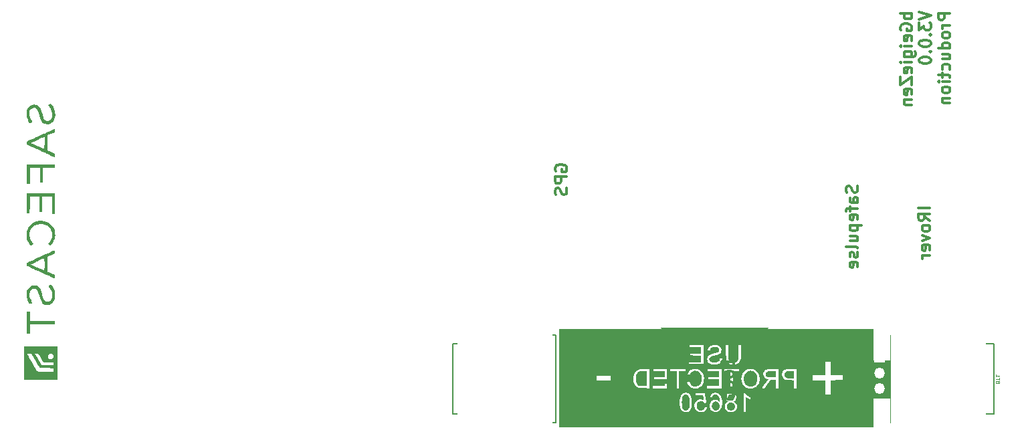
<source format=gbo>
G04 #@! TF.GenerationSoftware,KiCad,Pcbnew,7.99.0-unknown-c07e9c834f~172~ubuntu22.04.1*
G04 #@! TF.CreationDate,2023-09-07T22:01:39+09:00*
G04 #@! TF.ProjectId,bGeigieZen V3.0.0,62476569-6769-4655-9a65-6e2056332e30,V2.1.2*
G04 #@! TF.SameCoordinates,Original*
G04 #@! TF.FileFunction,Legend,Bot*
G04 #@! TF.FilePolarity,Positive*
%FSLAX46Y46*%
G04 Gerber Fmt 4.6, Leading zero omitted, Abs format (unit mm)*
G04 Created by KiCad (PCBNEW 7.99.0-unknown-c07e9c834f~172~ubuntu22.04.1) date 2023-09-07 22:01:39*
%MOMM*%
%LPD*%
G01*
G04 APERTURE LIST*
%ADD10C,0.300000*%
%ADD11C,0.600000*%
%ADD12C,0.050000*%
%ADD13C,0.750000*%
%ADD14C,0.203200*%
%ADD15C,0.000000*%
%ADD16R,1.700000X1.700000*%
%ADD17O,1.700000X1.700000*%
%ADD18C,1.879600*%
%ADD19C,3.203200*%
%ADD20C,5.000000*%
%ADD21R,1.350000X1.350000*%
%ADD22O,1.350000X1.350000*%
%ADD23C,2.743200*%
%ADD24R,12.000000X12.000000*%
G04 APERTURE END LIST*
D10*
X194256500Y-92686429D02*
X194327928Y-92900715D01*
X194327928Y-92900715D02*
X194327928Y-93257857D01*
X194327928Y-93257857D02*
X194256500Y-93400715D01*
X194256500Y-93400715D02*
X194185071Y-93472143D01*
X194185071Y-93472143D02*
X194042214Y-93543572D01*
X194042214Y-93543572D02*
X193899357Y-93543572D01*
X193899357Y-93543572D02*
X193756500Y-93472143D01*
X193756500Y-93472143D02*
X193685071Y-93400715D01*
X193685071Y-93400715D02*
X193613642Y-93257857D01*
X193613642Y-93257857D02*
X193542214Y-92972143D01*
X193542214Y-92972143D02*
X193470785Y-92829286D01*
X193470785Y-92829286D02*
X193399357Y-92757857D01*
X193399357Y-92757857D02*
X193256500Y-92686429D01*
X193256500Y-92686429D02*
X193113642Y-92686429D01*
X193113642Y-92686429D02*
X192970785Y-92757857D01*
X192970785Y-92757857D02*
X192899357Y-92829286D01*
X192899357Y-92829286D02*
X192827928Y-92972143D01*
X192827928Y-92972143D02*
X192827928Y-93329286D01*
X192827928Y-93329286D02*
X192899357Y-93543572D01*
X194327928Y-94829286D02*
X193542214Y-94829286D01*
X193542214Y-94829286D02*
X193399357Y-94757857D01*
X193399357Y-94757857D02*
X193327928Y-94615000D01*
X193327928Y-94615000D02*
X193327928Y-94329286D01*
X193327928Y-94329286D02*
X193399357Y-94186428D01*
X194256500Y-94829286D02*
X194327928Y-94686428D01*
X194327928Y-94686428D02*
X194327928Y-94329286D01*
X194327928Y-94329286D02*
X194256500Y-94186428D01*
X194256500Y-94186428D02*
X194113642Y-94115000D01*
X194113642Y-94115000D02*
X193970785Y-94115000D01*
X193970785Y-94115000D02*
X193827928Y-94186428D01*
X193827928Y-94186428D02*
X193756500Y-94329286D01*
X193756500Y-94329286D02*
X193756500Y-94686428D01*
X193756500Y-94686428D02*
X193685071Y-94829286D01*
X193327928Y-95329286D02*
X193327928Y-95900714D01*
X194327928Y-95543571D02*
X193042214Y-95543571D01*
X193042214Y-95543571D02*
X192899357Y-95615000D01*
X192899357Y-95615000D02*
X192827928Y-95757857D01*
X192827928Y-95757857D02*
X192827928Y-95900714D01*
X194256500Y-96972143D02*
X194327928Y-96829286D01*
X194327928Y-96829286D02*
X194327928Y-96543572D01*
X194327928Y-96543572D02*
X194256500Y-96400714D01*
X194256500Y-96400714D02*
X194113642Y-96329286D01*
X194113642Y-96329286D02*
X193542214Y-96329286D01*
X193542214Y-96329286D02*
X193399357Y-96400714D01*
X193399357Y-96400714D02*
X193327928Y-96543572D01*
X193327928Y-96543572D02*
X193327928Y-96829286D01*
X193327928Y-96829286D02*
X193399357Y-96972143D01*
X193399357Y-96972143D02*
X193542214Y-97043572D01*
X193542214Y-97043572D02*
X193685071Y-97043572D01*
X193685071Y-97043572D02*
X193827928Y-96329286D01*
X193327928Y-97686428D02*
X194827928Y-97686428D01*
X193399357Y-97686428D02*
X193327928Y-97829286D01*
X193327928Y-97829286D02*
X193327928Y-98115000D01*
X193327928Y-98115000D02*
X193399357Y-98257857D01*
X193399357Y-98257857D02*
X193470785Y-98329286D01*
X193470785Y-98329286D02*
X193613642Y-98400714D01*
X193613642Y-98400714D02*
X194042214Y-98400714D01*
X194042214Y-98400714D02*
X194185071Y-98329286D01*
X194185071Y-98329286D02*
X194256500Y-98257857D01*
X194256500Y-98257857D02*
X194327928Y-98115000D01*
X194327928Y-98115000D02*
X194327928Y-97829286D01*
X194327928Y-97829286D02*
X194256500Y-97686428D01*
X193327928Y-99686429D02*
X194327928Y-99686429D01*
X193327928Y-99043571D02*
X194113642Y-99043571D01*
X194113642Y-99043571D02*
X194256500Y-99115000D01*
X194256500Y-99115000D02*
X194327928Y-99257857D01*
X194327928Y-99257857D02*
X194327928Y-99472143D01*
X194327928Y-99472143D02*
X194256500Y-99615000D01*
X194256500Y-99615000D02*
X194185071Y-99686429D01*
X194327928Y-100615000D02*
X194256500Y-100472143D01*
X194256500Y-100472143D02*
X194113642Y-100400714D01*
X194113642Y-100400714D02*
X192827928Y-100400714D01*
X194256500Y-101115000D02*
X194327928Y-101257857D01*
X194327928Y-101257857D02*
X194327928Y-101543571D01*
X194327928Y-101543571D02*
X194256500Y-101686428D01*
X194256500Y-101686428D02*
X194113642Y-101757857D01*
X194113642Y-101757857D02*
X194042214Y-101757857D01*
X194042214Y-101757857D02*
X193899357Y-101686428D01*
X193899357Y-101686428D02*
X193827928Y-101543571D01*
X193827928Y-101543571D02*
X193827928Y-101329286D01*
X193827928Y-101329286D02*
X193756500Y-101186428D01*
X193756500Y-101186428D02*
X193613642Y-101115000D01*
X193613642Y-101115000D02*
X193542214Y-101115000D01*
X193542214Y-101115000D02*
X193399357Y-101186428D01*
X193399357Y-101186428D02*
X193327928Y-101329286D01*
X193327928Y-101329286D02*
X193327928Y-101543571D01*
X193327928Y-101543571D02*
X193399357Y-101686428D01*
X194256500Y-102972143D02*
X194327928Y-102829286D01*
X194327928Y-102829286D02*
X194327928Y-102543572D01*
X194327928Y-102543572D02*
X194256500Y-102400714D01*
X194256500Y-102400714D02*
X194113642Y-102329286D01*
X194113642Y-102329286D02*
X193542214Y-102329286D01*
X193542214Y-102329286D02*
X193399357Y-102400714D01*
X193399357Y-102400714D02*
X193327928Y-102543572D01*
X193327928Y-102543572D02*
X193327928Y-102829286D01*
X193327928Y-102829286D02*
X193399357Y-102972143D01*
X193399357Y-102972143D02*
X193542214Y-103043572D01*
X193542214Y-103043572D02*
X193685071Y-103043572D01*
X193685071Y-103043572D02*
X193827928Y-102329286D01*
X203471928Y-95519857D02*
X201971928Y-95519857D01*
X203471928Y-97091286D02*
X202757642Y-96591286D01*
X203471928Y-96234143D02*
X201971928Y-96234143D01*
X201971928Y-96234143D02*
X201971928Y-96805572D01*
X201971928Y-96805572D02*
X202043357Y-96948429D01*
X202043357Y-96948429D02*
X202114785Y-97019858D01*
X202114785Y-97019858D02*
X202257642Y-97091286D01*
X202257642Y-97091286D02*
X202471928Y-97091286D01*
X202471928Y-97091286D02*
X202614785Y-97019858D01*
X202614785Y-97019858D02*
X202686214Y-96948429D01*
X202686214Y-96948429D02*
X202757642Y-96805572D01*
X202757642Y-96805572D02*
X202757642Y-96234143D01*
X203471928Y-97948429D02*
X203400500Y-97805572D01*
X203400500Y-97805572D02*
X203329071Y-97734143D01*
X203329071Y-97734143D02*
X203186214Y-97662715D01*
X203186214Y-97662715D02*
X202757642Y-97662715D01*
X202757642Y-97662715D02*
X202614785Y-97734143D01*
X202614785Y-97734143D02*
X202543357Y-97805572D01*
X202543357Y-97805572D02*
X202471928Y-97948429D01*
X202471928Y-97948429D02*
X202471928Y-98162715D01*
X202471928Y-98162715D02*
X202543357Y-98305572D01*
X202543357Y-98305572D02*
X202614785Y-98377001D01*
X202614785Y-98377001D02*
X202757642Y-98448429D01*
X202757642Y-98448429D02*
X203186214Y-98448429D01*
X203186214Y-98448429D02*
X203329071Y-98377001D01*
X203329071Y-98377001D02*
X203400500Y-98305572D01*
X203400500Y-98305572D02*
X203471928Y-98162715D01*
X203471928Y-98162715D02*
X203471928Y-97948429D01*
X202471928Y-98948429D02*
X203471928Y-99305572D01*
X203471928Y-99305572D02*
X202471928Y-99662715D01*
X203400500Y-100805572D02*
X203471928Y-100662715D01*
X203471928Y-100662715D02*
X203471928Y-100377001D01*
X203471928Y-100377001D02*
X203400500Y-100234143D01*
X203400500Y-100234143D02*
X203257642Y-100162715D01*
X203257642Y-100162715D02*
X202686214Y-100162715D01*
X202686214Y-100162715D02*
X202543357Y-100234143D01*
X202543357Y-100234143D02*
X202471928Y-100377001D01*
X202471928Y-100377001D02*
X202471928Y-100662715D01*
X202471928Y-100662715D02*
X202543357Y-100805572D01*
X202543357Y-100805572D02*
X202686214Y-100877001D01*
X202686214Y-100877001D02*
X202829071Y-100877001D01*
X202829071Y-100877001D02*
X202971928Y-100162715D01*
X203471928Y-101519857D02*
X202471928Y-101519857D01*
X202757642Y-101519857D02*
X202614785Y-101591286D01*
X202614785Y-101591286D02*
X202543357Y-101662715D01*
X202543357Y-101662715D02*
X202471928Y-101805572D01*
X202471928Y-101805572D02*
X202471928Y-101948429D01*
X156069357Y-90824572D02*
X155997928Y-90681715D01*
X155997928Y-90681715D02*
X155997928Y-90467429D01*
X155997928Y-90467429D02*
X156069357Y-90253143D01*
X156069357Y-90253143D02*
X156212214Y-90110286D01*
X156212214Y-90110286D02*
X156355071Y-90038857D01*
X156355071Y-90038857D02*
X156640785Y-89967429D01*
X156640785Y-89967429D02*
X156855071Y-89967429D01*
X156855071Y-89967429D02*
X157140785Y-90038857D01*
X157140785Y-90038857D02*
X157283642Y-90110286D01*
X157283642Y-90110286D02*
X157426500Y-90253143D01*
X157426500Y-90253143D02*
X157497928Y-90467429D01*
X157497928Y-90467429D02*
X157497928Y-90610286D01*
X157497928Y-90610286D02*
X157426500Y-90824572D01*
X157426500Y-90824572D02*
X157355071Y-90896000D01*
X157355071Y-90896000D02*
X156855071Y-90896000D01*
X156855071Y-90896000D02*
X156855071Y-90610286D01*
X157497928Y-91538857D02*
X155997928Y-91538857D01*
X155997928Y-91538857D02*
X155997928Y-92110286D01*
X155997928Y-92110286D02*
X156069357Y-92253143D01*
X156069357Y-92253143D02*
X156140785Y-92324572D01*
X156140785Y-92324572D02*
X156283642Y-92396000D01*
X156283642Y-92396000D02*
X156497928Y-92396000D01*
X156497928Y-92396000D02*
X156640785Y-92324572D01*
X156640785Y-92324572D02*
X156712214Y-92253143D01*
X156712214Y-92253143D02*
X156783642Y-92110286D01*
X156783642Y-92110286D02*
X156783642Y-91538857D01*
X157426500Y-92967429D02*
X157497928Y-93181715D01*
X157497928Y-93181715D02*
X157497928Y-93538857D01*
X157497928Y-93538857D02*
X157426500Y-93681715D01*
X157426500Y-93681715D02*
X157355071Y-93753143D01*
X157355071Y-93753143D02*
X157212214Y-93824572D01*
X157212214Y-93824572D02*
X157069357Y-93824572D01*
X157069357Y-93824572D02*
X156926500Y-93753143D01*
X156926500Y-93753143D02*
X156855071Y-93681715D01*
X156855071Y-93681715D02*
X156783642Y-93538857D01*
X156783642Y-93538857D02*
X156712214Y-93253143D01*
X156712214Y-93253143D02*
X156640785Y-93110286D01*
X156640785Y-93110286D02*
X156569357Y-93038857D01*
X156569357Y-93038857D02*
X156426500Y-92967429D01*
X156426500Y-92967429D02*
X156283642Y-92967429D01*
X156283642Y-92967429D02*
X156140785Y-93038857D01*
X156140785Y-93038857D02*
X156069357Y-93110286D01*
X156069357Y-93110286D02*
X155997928Y-93253143D01*
X155997928Y-93253143D02*
X155997928Y-93610286D01*
X155997928Y-93610286D02*
X156069357Y-93824572D01*
D11*
X168723621Y-117405800D02*
X171009336Y-117405800D01*
D10*
X201184012Y-70860510D02*
X199684012Y-70860510D01*
X200255441Y-70860510D02*
X200184012Y-71003368D01*
X200184012Y-71003368D02*
X200184012Y-71289082D01*
X200184012Y-71289082D02*
X200255441Y-71431939D01*
X200255441Y-71431939D02*
X200326869Y-71503368D01*
X200326869Y-71503368D02*
X200469726Y-71574796D01*
X200469726Y-71574796D02*
X200898298Y-71574796D01*
X200898298Y-71574796D02*
X201041155Y-71503368D01*
X201041155Y-71503368D02*
X201112584Y-71431939D01*
X201112584Y-71431939D02*
X201184012Y-71289082D01*
X201184012Y-71289082D02*
X201184012Y-71003368D01*
X201184012Y-71003368D02*
X201112584Y-70860510D01*
X199755441Y-73003368D02*
X199684012Y-72860511D01*
X199684012Y-72860511D02*
X199684012Y-72646225D01*
X199684012Y-72646225D02*
X199755441Y-72431939D01*
X199755441Y-72431939D02*
X199898298Y-72289082D01*
X199898298Y-72289082D02*
X200041155Y-72217653D01*
X200041155Y-72217653D02*
X200326869Y-72146225D01*
X200326869Y-72146225D02*
X200541155Y-72146225D01*
X200541155Y-72146225D02*
X200826869Y-72217653D01*
X200826869Y-72217653D02*
X200969726Y-72289082D01*
X200969726Y-72289082D02*
X201112584Y-72431939D01*
X201112584Y-72431939D02*
X201184012Y-72646225D01*
X201184012Y-72646225D02*
X201184012Y-72789082D01*
X201184012Y-72789082D02*
X201112584Y-73003368D01*
X201112584Y-73003368D02*
X201041155Y-73074796D01*
X201041155Y-73074796D02*
X200541155Y-73074796D01*
X200541155Y-73074796D02*
X200541155Y-72789082D01*
X201112584Y-74289082D02*
X201184012Y-74146225D01*
X201184012Y-74146225D02*
X201184012Y-73860511D01*
X201184012Y-73860511D02*
X201112584Y-73717653D01*
X201112584Y-73717653D02*
X200969726Y-73646225D01*
X200969726Y-73646225D02*
X200398298Y-73646225D01*
X200398298Y-73646225D02*
X200255441Y-73717653D01*
X200255441Y-73717653D02*
X200184012Y-73860511D01*
X200184012Y-73860511D02*
X200184012Y-74146225D01*
X200184012Y-74146225D02*
X200255441Y-74289082D01*
X200255441Y-74289082D02*
X200398298Y-74360511D01*
X200398298Y-74360511D02*
X200541155Y-74360511D01*
X200541155Y-74360511D02*
X200684012Y-73646225D01*
X201184012Y-75003367D02*
X200184012Y-75003367D01*
X199684012Y-75003367D02*
X199755441Y-74931939D01*
X199755441Y-74931939D02*
X199826869Y-75003367D01*
X199826869Y-75003367D02*
X199755441Y-75074796D01*
X199755441Y-75074796D02*
X199684012Y-75003367D01*
X199684012Y-75003367D02*
X199826869Y-75003367D01*
X200184012Y-76360511D02*
X201398298Y-76360511D01*
X201398298Y-76360511D02*
X201541155Y-76289082D01*
X201541155Y-76289082D02*
X201612584Y-76217653D01*
X201612584Y-76217653D02*
X201684012Y-76074796D01*
X201684012Y-76074796D02*
X201684012Y-75860511D01*
X201684012Y-75860511D02*
X201612584Y-75717653D01*
X201112584Y-76360511D02*
X201184012Y-76217653D01*
X201184012Y-76217653D02*
X201184012Y-75931939D01*
X201184012Y-75931939D02*
X201112584Y-75789082D01*
X201112584Y-75789082D02*
X201041155Y-75717653D01*
X201041155Y-75717653D02*
X200898298Y-75646225D01*
X200898298Y-75646225D02*
X200469726Y-75646225D01*
X200469726Y-75646225D02*
X200326869Y-75717653D01*
X200326869Y-75717653D02*
X200255441Y-75789082D01*
X200255441Y-75789082D02*
X200184012Y-75931939D01*
X200184012Y-75931939D02*
X200184012Y-76217653D01*
X200184012Y-76217653D02*
X200255441Y-76360511D01*
X201184012Y-77074796D02*
X200184012Y-77074796D01*
X199684012Y-77074796D02*
X199755441Y-77003368D01*
X199755441Y-77003368D02*
X199826869Y-77074796D01*
X199826869Y-77074796D02*
X199755441Y-77146225D01*
X199755441Y-77146225D02*
X199684012Y-77074796D01*
X199684012Y-77074796D02*
X199826869Y-77074796D01*
X201112584Y-78360511D02*
X201184012Y-78217654D01*
X201184012Y-78217654D02*
X201184012Y-77931940D01*
X201184012Y-77931940D02*
X201112584Y-77789082D01*
X201112584Y-77789082D02*
X200969726Y-77717654D01*
X200969726Y-77717654D02*
X200398298Y-77717654D01*
X200398298Y-77717654D02*
X200255441Y-77789082D01*
X200255441Y-77789082D02*
X200184012Y-77931940D01*
X200184012Y-77931940D02*
X200184012Y-78217654D01*
X200184012Y-78217654D02*
X200255441Y-78360511D01*
X200255441Y-78360511D02*
X200398298Y-78431940D01*
X200398298Y-78431940D02*
X200541155Y-78431940D01*
X200541155Y-78431940D02*
X200684012Y-77717654D01*
X199684012Y-78931939D02*
X199684012Y-79931939D01*
X199684012Y-79931939D02*
X201184012Y-78931939D01*
X201184012Y-78931939D02*
X201184012Y-79931939D01*
X201112584Y-81074796D02*
X201184012Y-80931939D01*
X201184012Y-80931939D02*
X201184012Y-80646225D01*
X201184012Y-80646225D02*
X201112584Y-80503367D01*
X201112584Y-80503367D02*
X200969726Y-80431939D01*
X200969726Y-80431939D02*
X200398298Y-80431939D01*
X200398298Y-80431939D02*
X200255441Y-80503367D01*
X200255441Y-80503367D02*
X200184012Y-80646225D01*
X200184012Y-80646225D02*
X200184012Y-80931939D01*
X200184012Y-80931939D02*
X200255441Y-81074796D01*
X200255441Y-81074796D02*
X200398298Y-81146225D01*
X200398298Y-81146225D02*
X200541155Y-81146225D01*
X200541155Y-81146225D02*
X200684012Y-80431939D01*
X200184012Y-81789081D02*
X201184012Y-81789081D01*
X200326869Y-81789081D02*
X200255441Y-81860510D01*
X200255441Y-81860510D02*
X200184012Y-82003367D01*
X200184012Y-82003367D02*
X200184012Y-82217653D01*
X200184012Y-82217653D02*
X200255441Y-82360510D01*
X200255441Y-82360510D02*
X200398298Y-82431939D01*
X200398298Y-82431939D02*
X201184012Y-82431939D01*
X202098928Y-70646225D02*
X203598928Y-71146225D01*
X203598928Y-71146225D02*
X202098928Y-71646225D01*
X202098928Y-72003367D02*
X202098928Y-72931939D01*
X202098928Y-72931939D02*
X202670357Y-72431939D01*
X202670357Y-72431939D02*
X202670357Y-72646224D01*
X202670357Y-72646224D02*
X202741785Y-72789082D01*
X202741785Y-72789082D02*
X202813214Y-72860510D01*
X202813214Y-72860510D02*
X202956071Y-72931939D01*
X202956071Y-72931939D02*
X203313214Y-72931939D01*
X203313214Y-72931939D02*
X203456071Y-72860510D01*
X203456071Y-72860510D02*
X203527500Y-72789082D01*
X203527500Y-72789082D02*
X203598928Y-72646224D01*
X203598928Y-72646224D02*
X203598928Y-72217653D01*
X203598928Y-72217653D02*
X203527500Y-72074796D01*
X203527500Y-72074796D02*
X203456071Y-72003367D01*
X203456071Y-73574795D02*
X203527500Y-73646224D01*
X203527500Y-73646224D02*
X203598928Y-73574795D01*
X203598928Y-73574795D02*
X203527500Y-73503367D01*
X203527500Y-73503367D02*
X203456071Y-73574795D01*
X203456071Y-73574795D02*
X203598928Y-73574795D01*
X202098928Y-74574796D02*
X202098928Y-74717653D01*
X202098928Y-74717653D02*
X202170357Y-74860510D01*
X202170357Y-74860510D02*
X202241785Y-74931939D01*
X202241785Y-74931939D02*
X202384642Y-75003367D01*
X202384642Y-75003367D02*
X202670357Y-75074796D01*
X202670357Y-75074796D02*
X203027500Y-75074796D01*
X203027500Y-75074796D02*
X203313214Y-75003367D01*
X203313214Y-75003367D02*
X203456071Y-74931939D01*
X203456071Y-74931939D02*
X203527500Y-74860510D01*
X203527500Y-74860510D02*
X203598928Y-74717653D01*
X203598928Y-74717653D02*
X203598928Y-74574796D01*
X203598928Y-74574796D02*
X203527500Y-74431939D01*
X203527500Y-74431939D02*
X203456071Y-74360510D01*
X203456071Y-74360510D02*
X203313214Y-74289081D01*
X203313214Y-74289081D02*
X203027500Y-74217653D01*
X203027500Y-74217653D02*
X202670357Y-74217653D01*
X202670357Y-74217653D02*
X202384642Y-74289081D01*
X202384642Y-74289081D02*
X202241785Y-74360510D01*
X202241785Y-74360510D02*
X202170357Y-74431939D01*
X202170357Y-74431939D02*
X202098928Y-74574796D01*
X203456071Y-75717652D02*
X203527500Y-75789081D01*
X203527500Y-75789081D02*
X203598928Y-75717652D01*
X203598928Y-75717652D02*
X203527500Y-75646224D01*
X203527500Y-75646224D02*
X203456071Y-75717652D01*
X203456071Y-75717652D02*
X203598928Y-75717652D01*
X202098928Y-76717653D02*
X202098928Y-76860510D01*
X202098928Y-76860510D02*
X202170357Y-77003367D01*
X202170357Y-77003367D02*
X202241785Y-77074796D01*
X202241785Y-77074796D02*
X202384642Y-77146224D01*
X202384642Y-77146224D02*
X202670357Y-77217653D01*
X202670357Y-77217653D02*
X203027500Y-77217653D01*
X203027500Y-77217653D02*
X203313214Y-77146224D01*
X203313214Y-77146224D02*
X203456071Y-77074796D01*
X203456071Y-77074796D02*
X203527500Y-77003367D01*
X203527500Y-77003367D02*
X203598928Y-76860510D01*
X203598928Y-76860510D02*
X203598928Y-76717653D01*
X203598928Y-76717653D02*
X203527500Y-76574796D01*
X203527500Y-76574796D02*
X203456071Y-76503367D01*
X203456071Y-76503367D02*
X203313214Y-76431938D01*
X203313214Y-76431938D02*
X203027500Y-76360510D01*
X203027500Y-76360510D02*
X202670357Y-76360510D01*
X202670357Y-76360510D02*
X202384642Y-76431938D01*
X202384642Y-76431938D02*
X202241785Y-76503367D01*
X202241785Y-76503367D02*
X202170357Y-76574796D01*
X202170357Y-76574796D02*
X202098928Y-76717653D01*
X206013844Y-70860510D02*
X204513844Y-70860510D01*
X204513844Y-70860510D02*
X204513844Y-71431939D01*
X204513844Y-71431939D02*
X204585273Y-71574796D01*
X204585273Y-71574796D02*
X204656701Y-71646225D01*
X204656701Y-71646225D02*
X204799558Y-71717653D01*
X204799558Y-71717653D02*
X205013844Y-71717653D01*
X205013844Y-71717653D02*
X205156701Y-71646225D01*
X205156701Y-71646225D02*
X205228130Y-71574796D01*
X205228130Y-71574796D02*
X205299558Y-71431939D01*
X205299558Y-71431939D02*
X205299558Y-70860510D01*
X206013844Y-72360510D02*
X205013844Y-72360510D01*
X205299558Y-72360510D02*
X205156701Y-72431939D01*
X205156701Y-72431939D02*
X205085273Y-72503368D01*
X205085273Y-72503368D02*
X205013844Y-72646225D01*
X205013844Y-72646225D02*
X205013844Y-72789082D01*
X206013844Y-73503367D02*
X205942416Y-73360510D01*
X205942416Y-73360510D02*
X205870987Y-73289081D01*
X205870987Y-73289081D02*
X205728130Y-73217653D01*
X205728130Y-73217653D02*
X205299558Y-73217653D01*
X205299558Y-73217653D02*
X205156701Y-73289081D01*
X205156701Y-73289081D02*
X205085273Y-73360510D01*
X205085273Y-73360510D02*
X205013844Y-73503367D01*
X205013844Y-73503367D02*
X205013844Y-73717653D01*
X205013844Y-73717653D02*
X205085273Y-73860510D01*
X205085273Y-73860510D02*
X205156701Y-73931939D01*
X205156701Y-73931939D02*
X205299558Y-74003367D01*
X205299558Y-74003367D02*
X205728130Y-74003367D01*
X205728130Y-74003367D02*
X205870987Y-73931939D01*
X205870987Y-73931939D02*
X205942416Y-73860510D01*
X205942416Y-73860510D02*
X206013844Y-73717653D01*
X206013844Y-73717653D02*
X206013844Y-73503367D01*
X206013844Y-75289082D02*
X204513844Y-75289082D01*
X205942416Y-75289082D02*
X206013844Y-75146224D01*
X206013844Y-75146224D02*
X206013844Y-74860510D01*
X206013844Y-74860510D02*
X205942416Y-74717653D01*
X205942416Y-74717653D02*
X205870987Y-74646224D01*
X205870987Y-74646224D02*
X205728130Y-74574796D01*
X205728130Y-74574796D02*
X205299558Y-74574796D01*
X205299558Y-74574796D02*
X205156701Y-74646224D01*
X205156701Y-74646224D02*
X205085273Y-74717653D01*
X205085273Y-74717653D02*
X205013844Y-74860510D01*
X205013844Y-74860510D02*
X205013844Y-75146224D01*
X205013844Y-75146224D02*
X205085273Y-75289082D01*
X205013844Y-76646225D02*
X206013844Y-76646225D01*
X205013844Y-76003367D02*
X205799558Y-76003367D01*
X205799558Y-76003367D02*
X205942416Y-76074796D01*
X205942416Y-76074796D02*
X206013844Y-76217653D01*
X206013844Y-76217653D02*
X206013844Y-76431939D01*
X206013844Y-76431939D02*
X205942416Y-76574796D01*
X205942416Y-76574796D02*
X205870987Y-76646225D01*
X205942416Y-78003368D02*
X206013844Y-77860510D01*
X206013844Y-77860510D02*
X206013844Y-77574796D01*
X206013844Y-77574796D02*
X205942416Y-77431939D01*
X205942416Y-77431939D02*
X205870987Y-77360510D01*
X205870987Y-77360510D02*
X205728130Y-77289082D01*
X205728130Y-77289082D02*
X205299558Y-77289082D01*
X205299558Y-77289082D02*
X205156701Y-77360510D01*
X205156701Y-77360510D02*
X205085273Y-77431939D01*
X205085273Y-77431939D02*
X205013844Y-77574796D01*
X205013844Y-77574796D02*
X205013844Y-77860510D01*
X205013844Y-77860510D02*
X205085273Y-78003368D01*
X205013844Y-78431939D02*
X205013844Y-79003367D01*
X204513844Y-78646224D02*
X205799558Y-78646224D01*
X205799558Y-78646224D02*
X205942416Y-78717653D01*
X205942416Y-78717653D02*
X206013844Y-78860510D01*
X206013844Y-78860510D02*
X206013844Y-79003367D01*
X206013844Y-79503367D02*
X205013844Y-79503367D01*
X204513844Y-79503367D02*
X204585273Y-79431939D01*
X204585273Y-79431939D02*
X204656701Y-79503367D01*
X204656701Y-79503367D02*
X204585273Y-79574796D01*
X204585273Y-79574796D02*
X204513844Y-79503367D01*
X204513844Y-79503367D02*
X204656701Y-79503367D01*
X206013844Y-80431939D02*
X205942416Y-80289082D01*
X205942416Y-80289082D02*
X205870987Y-80217653D01*
X205870987Y-80217653D02*
X205728130Y-80146225D01*
X205728130Y-80146225D02*
X205299558Y-80146225D01*
X205299558Y-80146225D02*
X205156701Y-80217653D01*
X205156701Y-80217653D02*
X205085273Y-80289082D01*
X205085273Y-80289082D02*
X205013844Y-80431939D01*
X205013844Y-80431939D02*
X205013844Y-80646225D01*
X205013844Y-80646225D02*
X205085273Y-80789082D01*
X205085273Y-80789082D02*
X205156701Y-80860511D01*
X205156701Y-80860511D02*
X205299558Y-80931939D01*
X205299558Y-80931939D02*
X205728130Y-80931939D01*
X205728130Y-80931939D02*
X205870987Y-80860511D01*
X205870987Y-80860511D02*
X205942416Y-80789082D01*
X205942416Y-80789082D02*
X206013844Y-80646225D01*
X206013844Y-80646225D02*
X206013844Y-80431939D01*
X205013844Y-81574796D02*
X206013844Y-81574796D01*
X205156701Y-81574796D02*
X205085273Y-81646225D01*
X205085273Y-81646225D02*
X205013844Y-81789082D01*
X205013844Y-81789082D02*
X205013844Y-82003368D01*
X205013844Y-82003368D02*
X205085273Y-82146225D01*
X205085273Y-82146225D02*
X205228130Y-82217654D01*
X205228130Y-82217654D02*
X206013844Y-82217654D01*
D12*
X212051371Y-117517142D02*
X212028514Y-117448570D01*
X212028514Y-117448570D02*
X212005657Y-117425713D01*
X212005657Y-117425713D02*
X211959942Y-117402856D01*
X211959942Y-117402856D02*
X211891371Y-117402856D01*
X211891371Y-117402856D02*
X211845657Y-117425713D01*
X211845657Y-117425713D02*
X211822800Y-117448570D01*
X211822800Y-117448570D02*
X211799942Y-117494285D01*
X211799942Y-117494285D02*
X211799942Y-117677142D01*
X211799942Y-117677142D02*
X212279942Y-117677142D01*
X212279942Y-117677142D02*
X212279942Y-117517142D01*
X212279942Y-117517142D02*
X212257085Y-117471428D01*
X212257085Y-117471428D02*
X212234228Y-117448570D01*
X212234228Y-117448570D02*
X212188514Y-117425713D01*
X212188514Y-117425713D02*
X212142800Y-117425713D01*
X212142800Y-117425713D02*
X212097085Y-117448570D01*
X212097085Y-117448570D02*
X212074228Y-117471428D01*
X212074228Y-117471428D02*
X212051371Y-117517142D01*
X212051371Y-117517142D02*
X212051371Y-117677142D01*
X212279942Y-117265713D02*
X212279942Y-116991428D01*
X211799942Y-117128570D02*
X212279942Y-117128570D01*
X211799942Y-116579999D02*
X211799942Y-116854285D01*
X211799942Y-116717142D02*
X212279942Y-116717142D01*
X212279942Y-116717142D02*
X212211371Y-116762856D01*
X212211371Y-116762856D02*
X212165657Y-116808571D01*
X212165657Y-116808571D02*
X212142800Y-116854285D01*
X205193342Y-118774285D02*
X205193342Y-118477142D01*
X205193342Y-118477142D02*
X205010485Y-118637142D01*
X205010485Y-118637142D02*
X205010485Y-118568571D01*
X205010485Y-118568571D02*
X204987628Y-118522857D01*
X204987628Y-118522857D02*
X204964771Y-118499999D01*
X204964771Y-118499999D02*
X204919057Y-118477142D01*
X204919057Y-118477142D02*
X204804771Y-118477142D01*
X204804771Y-118477142D02*
X204759057Y-118499999D01*
X204759057Y-118499999D02*
X204736200Y-118522857D01*
X204736200Y-118522857D02*
X204713342Y-118568571D01*
X204713342Y-118568571D02*
X204713342Y-118705714D01*
X204713342Y-118705714D02*
X204736200Y-118751428D01*
X204736200Y-118751428D02*
X204759057Y-118774285D01*
X204759057Y-118271428D02*
X204736200Y-118248571D01*
X204736200Y-118248571D02*
X204713342Y-118271428D01*
X204713342Y-118271428D02*
X204736200Y-118294285D01*
X204736200Y-118294285D02*
X204759057Y-118271428D01*
X204759057Y-118271428D02*
X204713342Y-118271428D01*
X205193342Y-118088571D02*
X205193342Y-117768571D01*
X205193342Y-117768571D02*
X204713342Y-117974285D01*
X205193342Y-117288571D02*
X204713342Y-117128571D01*
X204713342Y-117128571D02*
X205193342Y-116968571D01*
X204713342Y-116214285D02*
X204713342Y-116442857D01*
X204713342Y-116442857D02*
X205193342Y-116442857D01*
X204713342Y-116054286D02*
X205033342Y-116054286D01*
X205193342Y-116054286D02*
X205170485Y-116077143D01*
X205170485Y-116077143D02*
X205147628Y-116054286D01*
X205147628Y-116054286D02*
X205170485Y-116031429D01*
X205170485Y-116031429D02*
X205193342Y-116054286D01*
X205193342Y-116054286D02*
X205147628Y-116054286D01*
X205033342Y-115825715D02*
X204553342Y-115825715D01*
X205010485Y-115825715D02*
X205033342Y-115780001D01*
X205033342Y-115780001D02*
X205033342Y-115688572D01*
X205033342Y-115688572D02*
X205010485Y-115642858D01*
X205010485Y-115642858D02*
X204987628Y-115620001D01*
X204987628Y-115620001D02*
X204941914Y-115597143D01*
X204941914Y-115597143D02*
X204804771Y-115597143D01*
X204804771Y-115597143D02*
X204759057Y-115620001D01*
X204759057Y-115620001D02*
X204736200Y-115642858D01*
X204736200Y-115642858D02*
X204713342Y-115688572D01*
X204713342Y-115688572D02*
X204713342Y-115780001D01*
X204713342Y-115780001D02*
X204736200Y-115825715D01*
X204713342Y-115322857D02*
X204736200Y-115368572D01*
X204736200Y-115368572D02*
X204759057Y-115391429D01*
X204759057Y-115391429D02*
X204804771Y-115414286D01*
X204804771Y-115414286D02*
X204941914Y-115414286D01*
X204941914Y-115414286D02*
X204987628Y-115391429D01*
X204987628Y-115391429D02*
X205010485Y-115368572D01*
X205010485Y-115368572D02*
X205033342Y-115322857D01*
X205033342Y-115322857D02*
X205033342Y-115254286D01*
X205033342Y-115254286D02*
X205010485Y-115208572D01*
X205010485Y-115208572D02*
X204987628Y-115185715D01*
X204987628Y-115185715D02*
X204941914Y-115162857D01*
X204941914Y-115162857D02*
X204804771Y-115162857D01*
X204804771Y-115162857D02*
X204759057Y-115185715D01*
X204759057Y-115185715D02*
X204736200Y-115208572D01*
X204736200Y-115208572D02*
X204713342Y-115254286D01*
X204713342Y-115254286D02*
X204713342Y-115322857D01*
D13*
X193903457Y-117629000D02*
X191617743Y-117629000D01*
X192760600Y-118771857D02*
X192760600Y-116486142D01*
D10*
X178591031Y-115699429D02*
X178591031Y-114973715D01*
X178591031Y-114973715D02*
X177067031Y-114973715D01*
X178591031Y-116425143D02*
X178518460Y-116280000D01*
X178518460Y-116280000D02*
X178445888Y-116207429D01*
X178445888Y-116207429D02*
X178300745Y-116134857D01*
X178300745Y-116134857D02*
X177865317Y-116134857D01*
X177865317Y-116134857D02*
X177720174Y-116207429D01*
X177720174Y-116207429D02*
X177647602Y-116280000D01*
X177647602Y-116280000D02*
X177575031Y-116425143D01*
X177575031Y-116425143D02*
X177575031Y-116642857D01*
X177575031Y-116642857D02*
X177647602Y-116788000D01*
X177647602Y-116788000D02*
X177720174Y-116860572D01*
X177720174Y-116860572D02*
X177865317Y-116933143D01*
X177865317Y-116933143D02*
X178300745Y-116933143D01*
X178300745Y-116933143D02*
X178445888Y-116860572D01*
X178445888Y-116860572D02*
X178518460Y-116788000D01*
X178518460Y-116788000D02*
X178591031Y-116642857D01*
X178591031Y-116642857D02*
X178591031Y-116425143D01*
X177575031Y-118239429D02*
X178808745Y-118239429D01*
X178808745Y-118239429D02*
X178953888Y-118166857D01*
X178953888Y-118166857D02*
X179026460Y-118094286D01*
X179026460Y-118094286D02*
X179099031Y-117949143D01*
X179099031Y-117949143D02*
X179099031Y-117731429D01*
X179099031Y-117731429D02*
X179026460Y-117586286D01*
X178518460Y-118239429D02*
X178591031Y-118094286D01*
X178591031Y-118094286D02*
X178591031Y-117804000D01*
X178591031Y-117804000D02*
X178518460Y-117658857D01*
X178518460Y-117658857D02*
X178445888Y-117586286D01*
X178445888Y-117586286D02*
X178300745Y-117513714D01*
X178300745Y-117513714D02*
X177865317Y-117513714D01*
X177865317Y-117513714D02*
X177720174Y-117586286D01*
X177720174Y-117586286D02*
X177647602Y-117658857D01*
X177647602Y-117658857D02*
X177575031Y-117804000D01*
X177575031Y-117804000D02*
X177575031Y-118094286D01*
X177575031Y-118094286D02*
X177647602Y-118239429D01*
X178591031Y-119182857D02*
X178518460Y-119037714D01*
X178518460Y-119037714D02*
X178445888Y-118965143D01*
X178445888Y-118965143D02*
X178300745Y-118892571D01*
X178300745Y-118892571D02*
X177865317Y-118892571D01*
X177865317Y-118892571D02*
X177720174Y-118965143D01*
X177720174Y-118965143D02*
X177647602Y-119037714D01*
X177647602Y-119037714D02*
X177575031Y-119182857D01*
X177575031Y-119182857D02*
X177575031Y-119400571D01*
X177575031Y-119400571D02*
X177647602Y-119545714D01*
X177647602Y-119545714D02*
X177720174Y-119618286D01*
X177720174Y-119618286D02*
X177865317Y-119690857D01*
X177865317Y-119690857D02*
X178300745Y-119690857D01*
X178300745Y-119690857D02*
X178445888Y-119618286D01*
X178445888Y-119618286D02*
X178518460Y-119545714D01*
X178518460Y-119545714D02*
X178591031Y-119400571D01*
X178591031Y-119400571D02*
X178591031Y-119182857D01*
D14*
X143052800Y-112685000D02*
X143052800Y-121575000D01*
X143052800Y-121575000D02*
X146532600Y-121575000D01*
X146532600Y-111567400D02*
X146532600Y-112685000D01*
X146532600Y-112685000D02*
X143052800Y-112685000D01*
X146532600Y-121575000D02*
X146532600Y-122692600D01*
X146532600Y-122692600D02*
X156067600Y-122692600D01*
X156067600Y-111567400D02*
X146532600Y-111567400D01*
X156067600Y-122692600D02*
X156067600Y-111567400D01*
X198527600Y-111587400D02*
X198527600Y-122712600D01*
X198527600Y-122712600D02*
X208062600Y-122712600D01*
X208062600Y-111587400D02*
X198527600Y-111587400D01*
X208062600Y-112705000D02*
X208062600Y-111587400D01*
X208062600Y-121595000D02*
X211542400Y-121595000D01*
X208062600Y-122712600D02*
X208062600Y-121595000D01*
X211542400Y-112705000D02*
X208062600Y-112705000D01*
X211542400Y-121595000D02*
X211542400Y-112705000D01*
D15*
G36*
X183984025Y-116956638D02*
G01*
X183489262Y-116956638D01*
X183386943Y-116956478D01*
X183221258Y-116954611D01*
X183095338Y-116949308D01*
X183000947Y-116938920D01*
X182929844Y-116921800D01*
X182873792Y-116896300D01*
X182824553Y-116860773D01*
X182773886Y-116813571D01*
X182752681Y-116791613D01*
X182714647Y-116738388D01*
X182694808Y-116674062D01*
X182685459Y-116578118D01*
X182686363Y-116458172D01*
X182711449Y-116363731D01*
X182769021Y-116288579D01*
X182866836Y-116217283D01*
X182888415Y-116204050D01*
X182929470Y-116181092D01*
X182970938Y-116164230D01*
X183021449Y-116152215D01*
X183089633Y-116143800D01*
X183184119Y-116137735D01*
X183313536Y-116132774D01*
X183486516Y-116127667D01*
X183984025Y-116113584D01*
X183984025Y-116956638D01*
G37*
G36*
X186281250Y-117061057D02*
G01*
X185860992Y-117061057D01*
X185699741Y-117060004D01*
X185565815Y-117056031D01*
X185467782Y-117048447D01*
X185397149Y-117036573D01*
X185345422Y-117019727D01*
X185329845Y-117012957D01*
X185245283Y-116974641D01*
X185194666Y-116946210D01*
X185165344Y-116919182D01*
X185144671Y-116885071D01*
X185124138Y-116848992D01*
X185082973Y-116790023D01*
X185068702Y-116762484D01*
X185057034Y-116686060D01*
X185058766Y-116564905D01*
X185059592Y-116550616D01*
X185067802Y-116455490D01*
X185083059Y-116392246D01*
X185112142Y-116342719D01*
X185161832Y-116288745D01*
X185205041Y-116249281D01*
X185260943Y-116211796D01*
X185327845Y-116184735D01*
X185413980Y-116166462D01*
X185527579Y-116155341D01*
X185676874Y-116149736D01*
X185870099Y-116148011D01*
X186281250Y-116147388D01*
X186281250Y-117061057D01*
G37*
G36*
X178465082Y-119139598D02*
G01*
X178573041Y-119219029D01*
X178597434Y-119247462D01*
X178641279Y-119315985D01*
X178658640Y-119371653D01*
X178664314Y-119413555D01*
X178684745Y-119449649D01*
X178709500Y-119482203D01*
X178689145Y-119529269D01*
X178682450Y-119539499D01*
X178659646Y-119592326D01*
X178635474Y-119666394D01*
X178625491Y-119696526D01*
X178592996Y-119761264D01*
X178559285Y-119794360D01*
X178523792Y-119811664D01*
X178466955Y-119851430D01*
X178420857Y-119873087D01*
X178335274Y-119887881D01*
X178234568Y-119890540D01*
X178138161Y-119880739D01*
X178065476Y-119858152D01*
X178049574Y-119847985D01*
X177992889Y-119797826D01*
X177935292Y-119731957D01*
X177885221Y-119644814D01*
X177857418Y-119514836D01*
X177876794Y-119383577D01*
X177943150Y-119262812D01*
X177967424Y-119235109D01*
X178078582Y-119150854D01*
X178206288Y-119106315D01*
X178338976Y-119102295D01*
X178465082Y-119139598D01*
G37*
G36*
X178331879Y-120114282D02*
G01*
X178438271Y-120139229D01*
X178536000Y-120181083D01*
X178647406Y-120257965D01*
X178721008Y-120347823D01*
X178763818Y-120461865D01*
X178777614Y-120530119D01*
X178783900Y-120653106D01*
X178760536Y-120780995D01*
X178743854Y-120825998D01*
X178698978Y-120905243D01*
X178642183Y-120979168D01*
X178584815Y-121033782D01*
X178538223Y-121055096D01*
X178527555Y-121056627D01*
X178496629Y-121084293D01*
X178496433Y-121084803D01*
X178465889Y-121100991D01*
X178397505Y-121115467D01*
X178305194Y-121125254D01*
X178191949Y-121126353D01*
X178067692Y-121102441D01*
X177964366Y-121043766D01*
X177867411Y-120944310D01*
X177810594Y-120843529D01*
X177776965Y-120705974D01*
X177775788Y-120557508D01*
X177808953Y-120415246D01*
X177810919Y-120410232D01*
X177859399Y-120323503D01*
X177926238Y-120245498D01*
X177998187Y-120189185D01*
X178061998Y-120167532D01*
X178080072Y-120164977D01*
X178129113Y-120138415D01*
X178155850Y-120121684D01*
X178232510Y-120107885D01*
X178331879Y-120114282D01*
G37*
G36*
X167642401Y-118058862D02*
G01*
X167179041Y-118048227D01*
X167098394Y-118046215D01*
X166939010Y-118040665D01*
X166820707Y-118033447D01*
X166735640Y-118023781D01*
X166675963Y-118010886D01*
X166633828Y-117993982D01*
X166614310Y-117982408D01*
X166544170Y-117927626D01*
X166470272Y-117855180D01*
X166403730Y-117777663D01*
X166355654Y-117707670D01*
X166337160Y-117657793D01*
X166333541Y-117630995D01*
X166315539Y-117609258D01*
X166294969Y-117594477D01*
X166272906Y-117536422D01*
X166256017Y-117443212D01*
X166244341Y-117324325D01*
X166237911Y-117189240D01*
X166236766Y-117047437D01*
X166240940Y-116908395D01*
X166250471Y-116781593D01*
X166265395Y-116676510D01*
X166285747Y-116602624D01*
X166311564Y-116569416D01*
X166319960Y-116564767D01*
X166337160Y-116528431D01*
X166337226Y-116526652D01*
X166357748Y-116480721D01*
X166407252Y-116415042D01*
X166474597Y-116341792D01*
X166548640Y-116273149D01*
X166618236Y-116221288D01*
X166644798Y-116205706D01*
X166684035Y-116187853D01*
X166731453Y-116174977D01*
X166795858Y-116165980D01*
X166886054Y-116159762D01*
X167010846Y-116155223D01*
X167179041Y-116151264D01*
X167642401Y-116141566D01*
X167642401Y-118058862D01*
G37*
G36*
X176373684Y-119983530D02*
G01*
X176399495Y-120000982D01*
X176455619Y-120010903D01*
X176493504Y-120013362D01*
X176606246Y-120053624D01*
X176709434Y-120143892D01*
X176804132Y-120285004D01*
X176831550Y-120353845D01*
X176852874Y-120479506D01*
X176851440Y-120615442D01*
X176827980Y-120742232D01*
X176783225Y-120840453D01*
X176775343Y-120851769D01*
X176740878Y-120908523D01*
X176726882Y-120944711D01*
X176726403Y-120949718D01*
X176697252Y-120990966D01*
X176632634Y-121036181D01*
X176546092Y-121078579D01*
X176451171Y-121111374D01*
X176361415Y-121127783D01*
X176318730Y-121130313D01*
X176241638Y-121127087D01*
X176179362Y-121104939D01*
X176106029Y-121056664D01*
X176065879Y-121025107D01*
X175974990Y-120932298D01*
X175913991Y-120836393D01*
X175891625Y-120749905D01*
X175886487Y-120712964D01*
X175865423Y-120676576D01*
X175855567Y-120663672D01*
X175843101Y-120611175D01*
X175840063Y-120541761D01*
X175846672Y-120478143D01*
X175863152Y-120443036D01*
X175868756Y-120437302D01*
X175888293Y-120392270D01*
X175904893Y-120322310D01*
X175926272Y-120251714D01*
X175993414Y-120147055D01*
X176088664Y-120065582D01*
X176197875Y-120021806D01*
X176211706Y-120019137D01*
X176282022Y-120000323D01*
X176326460Y-119980127D01*
X176342540Y-119971230D01*
X176373684Y-119983530D01*
G37*
G36*
X172643326Y-119113111D02*
G01*
X172769988Y-119159909D01*
X172869274Y-119240210D01*
X172882645Y-119257797D01*
X172932599Y-119350475D01*
X172976647Y-119469125D01*
X173008033Y-119593059D01*
X173019996Y-119701589D01*
X173026740Y-119753446D01*
X173046101Y-119789012D01*
X173048936Y-119792421D01*
X173058642Y-119834638D01*
X173065762Y-119913156D01*
X173070219Y-120015345D01*
X173071939Y-120128573D01*
X173070848Y-120240208D01*
X173066870Y-120337621D01*
X173059930Y-120408179D01*
X173049955Y-120439251D01*
X173036799Y-120468961D01*
X173022841Y-120536411D01*
X173011509Y-120626421D01*
X172998609Y-120722179D01*
X172959636Y-120850291D01*
X172891206Y-120954496D01*
X172784686Y-121050951D01*
X172739243Y-121084427D01*
X172677380Y-121119126D01*
X172615076Y-121130900D01*
X172527303Y-121127160D01*
X172462164Y-121119921D01*
X172397528Y-121101713D01*
X172341403Y-121064164D01*
X172273104Y-120996658D01*
X172223240Y-120938267D01*
X172171236Y-120862407D01*
X172144650Y-120803360D01*
X172127248Y-120741437D01*
X172097770Y-120665930D01*
X172089527Y-120636172D01*
X172079976Y-120559538D01*
X172072821Y-120450763D01*
X172068045Y-120319215D01*
X172065631Y-120174260D01*
X172065562Y-120025265D01*
X172067822Y-119881597D01*
X172072393Y-119752622D01*
X172079257Y-119647709D01*
X172088399Y-119576223D01*
X172099801Y-119547532D01*
X172117309Y-119534030D01*
X172132432Y-119487859D01*
X172141841Y-119423901D01*
X172190846Y-119319284D01*
X172271244Y-119223285D01*
X172371155Y-119148899D01*
X172478698Y-119109120D01*
X172506058Y-119105444D01*
X172643326Y-119113111D01*
G37*
G36*
X180959086Y-116133254D02*
G01*
X181067273Y-116161911D01*
X181247551Y-116245435D01*
X181391311Y-116366260D01*
X181498405Y-116524241D01*
X181568683Y-116719238D01*
X181577535Y-116759127D01*
X181600681Y-116929602D01*
X181606213Y-117112644D01*
X181595311Y-117295561D01*
X181569158Y-117465667D01*
X181528934Y-117610271D01*
X181475821Y-117716684D01*
X181473612Y-117719811D01*
X181439736Y-117775389D01*
X181425752Y-117813022D01*
X181424377Y-117818572D01*
X181395490Y-117852399D01*
X181340911Y-117893695D01*
X181338377Y-117895328D01*
X181256595Y-117948493D01*
X181178406Y-117999974D01*
X181160399Y-118010691D01*
X181075440Y-118046001D01*
X180982620Y-118068668D01*
X180950213Y-118074129D01*
X180876179Y-118092566D01*
X180831020Y-118112442D01*
X180785779Y-118125886D01*
X180700496Y-118111568D01*
X180653407Y-118098166D01*
X180555215Y-118070167D01*
X180453347Y-118041073D01*
X180385954Y-118019306D01*
X180326242Y-117993771D01*
X180303244Y-117974816D01*
X180282252Y-117948276D01*
X180231694Y-117917177D01*
X180175638Y-117876396D01*
X180125850Y-117811333D01*
X180125762Y-117811149D01*
X180095923Y-117760740D01*
X180072282Y-117739783D01*
X180058394Y-117723380D01*
X180033689Y-117668979D01*
X180005843Y-117589680D01*
X179983825Y-117522354D01*
X179955580Y-117443167D01*
X179935175Y-117394248D01*
X179932299Y-117387362D01*
X179921794Y-117331622D01*
X179915158Y-117245427D01*
X179912329Y-117142536D01*
X179913240Y-117036706D01*
X179917828Y-116941696D01*
X179926029Y-116871263D01*
X179937777Y-116839166D01*
X179953932Y-116815890D01*
X179963881Y-116761475D01*
X179964599Y-116746095D01*
X179991028Y-116648384D01*
X180048771Y-116534733D01*
X180128567Y-116417521D01*
X180221154Y-116309126D01*
X180317274Y-116221926D01*
X180407663Y-116168299D01*
X180546657Y-116128809D01*
X180750050Y-116110822D01*
X180959086Y-116133254D01*
G37*
G36*
X170592247Y-110665374D02*
G01*
X172563162Y-110665374D01*
X173019996Y-110665374D01*
X176189623Y-110665374D01*
X177405608Y-110665374D01*
X177927705Y-110665374D01*
X180708199Y-110665374D01*
X183001953Y-110665374D01*
X182915176Y-110750214D01*
X182828398Y-110835055D01*
X183653042Y-110835857D01*
X185995326Y-110838134D01*
X189593057Y-110841631D01*
X190223080Y-110842244D01*
X196357715Y-110848207D01*
X196357715Y-114763832D01*
X197367595Y-114763832D01*
X197545672Y-114763852D01*
X197769434Y-114764082D01*
X197949593Y-114764795D01*
X198091287Y-114766264D01*
X198199657Y-114768761D01*
X198279842Y-114772558D01*
X198336982Y-114777928D01*
X198376218Y-114785144D01*
X198402688Y-114794478D01*
X198421533Y-114806203D01*
X198437893Y-114820592D01*
X198498311Y-114877352D01*
X198498311Y-119593226D01*
X196357715Y-119593226D01*
X196357715Y-123300146D01*
X176459308Y-123293602D01*
X156560901Y-123287059D01*
X156557584Y-120151731D01*
X171767549Y-120151731D01*
X171769475Y-120266193D01*
X171773763Y-120364675D01*
X171780404Y-120435118D01*
X171789389Y-120465463D01*
X171800512Y-120485370D01*
X171816223Y-120545358D01*
X171829359Y-120628606D01*
X171832894Y-120654281D01*
X171872582Y-120808547D01*
X171938985Y-120961606D01*
X172023473Y-121096461D01*
X172117418Y-121196111D01*
X172211541Y-121259710D01*
X172371397Y-121322008D01*
X172551291Y-121339878D01*
X172756341Y-121314265D01*
X172849591Y-121286588D01*
X172988688Y-121207379D01*
X173104064Y-121085923D01*
X173197632Y-120919963D01*
X173271309Y-120707243D01*
X173290245Y-120616824D01*
X173306639Y-120478063D01*
X173647351Y-120478063D01*
X173648485Y-120564144D01*
X173655635Y-120637229D01*
X173668769Y-120677881D01*
X173678797Y-120694924D01*
X173701731Y-120753691D01*
X173725740Y-120833205D01*
X173753283Y-120906366D01*
X173833026Y-121031482D01*
X173943263Y-121147349D01*
X174071067Y-121241316D01*
X174203511Y-121300732D01*
X174233177Y-121308829D01*
X174422534Y-121338223D01*
X174610671Y-121332643D01*
X174783876Y-121293567D01*
X174928441Y-121222477D01*
X174993014Y-121169807D01*
X175085103Y-121067028D01*
X175158344Y-120953024D01*
X175199438Y-120846257D01*
X175201012Y-120839110D01*
X175222031Y-120768989D01*
X175245118Y-120722259D01*
X175247797Y-120718632D01*
X175246695Y-120701148D01*
X175208588Y-120692165D01*
X175125965Y-120689628D01*
X174980526Y-120689628D01*
X174901014Y-120856229D01*
X174899885Y-120858588D01*
X174853873Y-120943758D01*
X174809306Y-121008649D01*
X174775683Y-121039380D01*
X174729559Y-121059683D01*
X174664601Y-121094286D01*
X174605952Y-121119330D01*
X174483871Y-121133946D01*
X174349045Y-121112888D01*
X174216371Y-121057381D01*
X174179493Y-121035377D01*
X174110130Y-120982525D01*
X174057425Y-120916409D01*
X174005212Y-120818761D01*
X173970242Y-120741987D01*
X173944218Y-120663149D01*
X173935896Y-120585353D01*
X173938203Y-120533822D01*
X175595557Y-120533822D01*
X175606968Y-120710042D01*
X175641879Y-120867386D01*
X175706281Y-121004608D01*
X175819635Y-121143153D01*
X175964892Y-121249685D01*
X176133363Y-121318089D01*
X176316364Y-121342249D01*
X176347084Y-121341700D01*
X176538701Y-121312758D01*
X176712606Y-121243561D01*
X176861121Y-121139292D01*
X176976571Y-121005130D01*
X177051278Y-120846257D01*
X177070531Y-120786499D01*
X177100088Y-120704779D01*
X177123355Y-120651735D01*
X177124786Y-120648738D01*
X177133961Y-120607300D01*
X177489710Y-120607300D01*
X177505524Y-120795797D01*
X177566271Y-120963250D01*
X177668032Y-121105214D01*
X177806887Y-121217249D01*
X177978917Y-121294910D01*
X178180203Y-121333757D01*
X178365123Y-121334456D01*
X178562628Y-121296344D01*
X178732750Y-121217720D01*
X178871692Y-121100433D01*
X178975658Y-120946332D01*
X179039254Y-120781594D01*
X179063191Y-120602471D01*
X179035797Y-120429902D01*
X178957021Y-120262035D01*
X178900520Y-120189332D01*
X178814561Y-120112136D01*
X178724161Y-120057647D01*
X178644784Y-120037008D01*
X178628585Y-120035778D01*
X178607669Y-120017831D01*
X178629434Y-119982874D01*
X178691271Y-119936546D01*
X178776664Y-119878097D01*
X178866550Y-119789970D01*
X178918539Y-119690114D01*
X178940789Y-119566423D01*
X178938730Y-119410399D01*
X178899743Y-119243796D01*
X178822921Y-119107418D01*
X178710685Y-119005297D01*
X178565459Y-118941468D01*
X178519806Y-118928223D01*
X178450108Y-118903825D01*
X178411949Y-118884547D01*
X178378199Y-118870172D01*
X178308082Y-118863038D01*
X178230250Y-118868516D01*
X178168820Y-118886418D01*
X178147547Y-118895860D01*
X178079142Y-118919428D01*
X177994781Y-118943340D01*
X177948999Y-118957704D01*
X177816863Y-119032411D01*
X177710755Y-119143615D01*
X177642249Y-119280257D01*
X177630562Y-119315485D01*
X177604140Y-119383830D01*
X177583803Y-119422239D01*
X177565730Y-119463862D01*
X177568261Y-119543296D01*
X177599794Y-119634898D01*
X177631736Y-119703663D01*
X177663399Y-119779827D01*
X177666711Y-119787583D01*
X177719286Y-119850616D01*
X177810484Y-119909405D01*
X177855112Y-119932590D01*
X177914880Y-119967205D01*
X177943282Y-119988884D01*
X177939439Y-119999344D01*
X177901723Y-120027151D01*
X177835986Y-120060579D01*
X177699702Y-120138371D01*
X177595425Y-120244378D01*
X177528234Y-120381105D01*
X177493450Y-120555312D01*
X177489710Y-120607300D01*
X177133961Y-120607300D01*
X177135925Y-120598432D01*
X177146039Y-120509100D01*
X177154064Y-120392444D01*
X177158939Y-120260162D01*
X177159984Y-120208055D01*
X177161556Y-120045926D01*
X177159053Y-119924274D01*
X177151839Y-119833952D01*
X177139277Y-119765810D01*
X177120732Y-119710697D01*
X177109983Y-119680267D01*
X177088259Y-119604818D01*
X177065989Y-119514911D01*
X177054743Y-119468202D01*
X177013888Y-119341292D01*
X176958238Y-119236943D01*
X176876540Y-119132440D01*
X176838444Y-119095381D01*
X176749234Y-119030306D01*
X176645775Y-118972219D01*
X176545697Y-118930492D01*
X176466630Y-118914500D01*
X176437444Y-118910434D01*
X176400572Y-118888395D01*
X176368915Y-118870496D01*
X176309205Y-118862290D01*
X179859462Y-118862290D01*
X179859462Y-121316144D01*
X180146615Y-121316144D01*
X180146615Y-120358922D01*
X180147049Y-120142006D01*
X180148251Y-119942591D01*
X180150127Y-119766462D01*
X180152579Y-119619402D01*
X180155513Y-119507197D01*
X180158831Y-119435632D01*
X180162437Y-119410492D01*
X180171524Y-119413871D01*
X180213505Y-119440244D01*
X180273383Y-119484214D01*
X180295444Y-119500432D01*
X180365457Y-119546956D01*
X180452940Y-119600998D01*
X180545597Y-119655435D01*
X180631137Y-119703140D01*
X180697266Y-119736988D01*
X180731689Y-119749854D01*
X180737251Y-119740880D01*
X180744279Y-119693373D01*
X180747026Y-119618684D01*
X180746738Y-119586081D01*
X180740608Y-119519913D01*
X180721401Y-119484227D01*
X180682457Y-119462965D01*
X180680958Y-119462391D01*
X180572389Y-119405852D01*
X180446104Y-119316740D01*
X180314061Y-119205150D01*
X180188219Y-119081175D01*
X180080538Y-118954909D01*
X180060650Y-118930222D01*
X179999772Y-118877659D01*
X179934678Y-118862290D01*
X179859462Y-118862290D01*
X176309205Y-118862290D01*
X176253203Y-118869436D01*
X176217838Y-118888395D01*
X176200023Y-118902882D01*
X176149349Y-118914500D01*
X176089374Y-118921113D01*
X175969141Y-118967984D01*
X175851371Y-119052873D01*
X175746331Y-119167540D01*
X175664288Y-119303748D01*
X175662903Y-119306734D01*
X175632332Y-119387247D01*
X175636625Y-119434623D01*
X175681326Y-119457046D01*
X175771982Y-119462701D01*
X175849978Y-119461315D01*
X175896147Y-119451907D01*
X175918602Y-119426685D01*
X175932039Y-119377861D01*
X175957282Y-119312709D01*
X176027861Y-119221644D01*
X176124074Y-119149505D01*
X176230191Y-119110404D01*
X176328059Y-119100240D01*
X176460162Y-119115234D01*
X176574230Y-119170983D01*
X176676958Y-119271291D01*
X176775043Y-119419964D01*
X176777511Y-119424361D01*
X176821307Y-119510142D01*
X176848906Y-119589048D01*
X176865482Y-119680773D01*
X176876209Y-119805011D01*
X176879003Y-119855362D01*
X176881277Y-119948501D01*
X176878744Y-120012937D01*
X176871632Y-120037008D01*
X176845091Y-120021839D01*
X176791511Y-119980130D01*
X176723205Y-119921187D01*
X176662893Y-119871979D01*
X176508887Y-119788238D01*
X176341947Y-119754722D01*
X176158943Y-119770594D01*
X176099986Y-119785319D01*
X176020002Y-119813172D01*
X175970476Y-119840648D01*
X175938640Y-119864334D01*
X175898033Y-119880379D01*
X175889440Y-119881902D01*
X175844467Y-119913333D01*
X175787769Y-119976116D01*
X175728455Y-120057986D01*
X175675632Y-120146682D01*
X175638407Y-120229941D01*
X175607769Y-120361359D01*
X175595557Y-120533822D01*
X173938203Y-120533822D01*
X173940450Y-120483640D01*
X173944689Y-120445538D01*
X173966866Y-120341059D01*
X174000946Y-120238129D01*
X174041582Y-120149196D01*
X174083425Y-120086708D01*
X174121128Y-120063112D01*
X174124426Y-120062795D01*
X174165860Y-120045182D01*
X174223625Y-120008905D01*
X174301465Y-119971051D01*
X174424723Y-119950364D01*
X174559915Y-119958602D01*
X174691789Y-119992990D01*
X174805095Y-120050755D01*
X174884581Y-120129123D01*
X174895254Y-120144655D01*
X174926845Y-120174586D01*
X174972153Y-120183375D01*
X175049899Y-120176373D01*
X175090741Y-120170827D01*
X175152595Y-120161431D01*
X175179529Y-120155795D01*
X175180603Y-120141309D01*
X175175107Y-120085915D01*
X175163315Y-120001320D01*
X175147390Y-119900464D01*
X175129492Y-119796287D01*
X175111782Y-119701728D01*
X175096421Y-119629728D01*
X175085572Y-119593226D01*
X175074101Y-119556263D01*
X175056908Y-119478014D01*
X175036831Y-119371099D01*
X175016238Y-119247337D01*
X174968257Y-118940605D01*
X173777037Y-118940605D01*
X173777037Y-119175548D01*
X174259976Y-119175548D01*
X174315733Y-119175588D01*
X174473887Y-119176461D01*
X174588418Y-119178894D01*
X174665956Y-119183428D01*
X174713131Y-119190605D01*
X174736574Y-119200968D01*
X174742915Y-119215060D01*
X174746659Y-119242020D01*
X174768798Y-119299900D01*
X174769029Y-119300310D01*
X174784957Y-119346140D01*
X174803907Y-119425294D01*
X174823469Y-119523727D01*
X174841234Y-119627394D01*
X174854792Y-119722253D01*
X174861733Y-119794258D01*
X174859647Y-119829366D01*
X174849400Y-119832891D01*
X174803465Y-119822681D01*
X174736330Y-119794206D01*
X174708924Y-119781436D01*
X174630246Y-119755779D01*
X174534200Y-119742229D01*
X174403552Y-119737868D01*
X174375883Y-119737803D01*
X174268515Y-119740404D01*
X174192102Y-119750458D01*
X174129110Y-119771519D01*
X174062006Y-119807146D01*
X174000624Y-119847033D01*
X173875831Y-119954668D01*
X173779170Y-120076179D01*
X173721960Y-120198540D01*
X173712889Y-120228638D01*
X173688254Y-120297009D01*
X173668217Y-120335908D01*
X173663253Y-120344656D01*
X173652263Y-120398421D01*
X173647351Y-120478063D01*
X173306639Y-120478063D01*
X173308812Y-120459674D01*
X173319041Y-120275893D01*
X173321128Y-120078536D01*
X173315269Y-119880663D01*
X173301658Y-119695332D01*
X173280491Y-119535601D01*
X173251964Y-119414527D01*
X173196509Y-119289287D01*
X173109888Y-119160092D01*
X173006090Y-119049760D01*
X172895200Y-118968854D01*
X172787301Y-118927932D01*
X172763556Y-118923397D01*
X172699168Y-118905100D01*
X172666177Y-118886124D01*
X172664783Y-118884289D01*
X172627171Y-118868692D01*
X172563162Y-118862290D01*
X172556324Y-118862361D01*
X172493881Y-118869912D01*
X172460146Y-118886124D01*
X172453840Y-118892107D01*
X172408006Y-118911585D01*
X172337372Y-118928211D01*
X172235393Y-118966469D01*
X172126113Y-119042496D01*
X172022260Y-119145677D01*
X171936432Y-119265414D01*
X171903956Y-119335906D01*
X171868543Y-119442922D01*
X171842697Y-119554068D01*
X171841916Y-119558509D01*
X171823018Y-119652087D01*
X171803997Y-119724931D01*
X171788857Y-119761602D01*
X171783652Y-119775260D01*
X171776037Y-119833053D01*
X171770821Y-119923102D01*
X171767995Y-120033347D01*
X171767549Y-120151731D01*
X156557584Y-120151731D01*
X156554010Y-116773904D01*
X161246718Y-116773904D01*
X161246718Y-117348210D01*
X163074056Y-117348210D01*
X163074056Y-117129438D01*
X165930298Y-117129438D01*
X165936364Y-117277659D01*
X165949864Y-117414678D01*
X165969861Y-117526893D01*
X165995416Y-117600704D01*
X166010019Y-117629610D01*
X166042335Y-117700596D01*
X166078551Y-117785739D01*
X166084403Y-117799027D01*
X166133194Y-117881531D01*
X166202703Y-117972147D01*
X166282972Y-118060581D01*
X166364042Y-118136537D01*
X166435954Y-118189718D01*
X166488751Y-118209830D01*
X166490912Y-118209887D01*
X166544880Y-118223894D01*
X166611261Y-118255059D01*
X166611288Y-118255075D01*
X166643251Y-118269766D01*
X166686422Y-118281242D01*
X166747633Y-118290030D01*
X166833720Y-118296655D01*
X166951515Y-118301644D01*
X167107852Y-118305522D01*
X167309565Y-118308815D01*
X167929555Y-118317504D01*
X167929555Y-118314089D01*
X168399441Y-118314089D01*
X170200675Y-118314089D01*
X170200675Y-115886340D01*
X170592247Y-115886340D01*
X170592247Y-116147388D01*
X171401497Y-116147388D01*
X171401497Y-118314089D01*
X171688650Y-118314089D01*
X171688650Y-117570101D01*
X172737664Y-117570101D01*
X172801127Y-117727877D01*
X172844867Y-117818255D01*
X172922067Y-117939286D01*
X173012365Y-118052559D01*
X173104743Y-118144578D01*
X173188179Y-118201850D01*
X173262900Y-118238522D01*
X173346307Y-118282009D01*
X173360617Y-118288676D01*
X173443295Y-118310697D01*
X173559192Y-118326712D01*
X173693452Y-118336005D01*
X173777037Y-118337130D01*
X173831222Y-118337859D01*
X173957649Y-118331556D01*
X174057879Y-118316378D01*
X174065891Y-118314089D01*
X175265012Y-118314089D01*
X176309205Y-118314089D01*
X177066245Y-118314089D01*
X177066245Y-115886340D01*
X177405608Y-115886340D01*
X177405608Y-116146062D01*
X178227910Y-116160440D01*
X178234726Y-117237265D01*
X178241542Y-118314089D01*
X178308082Y-118314089D01*
X178554221Y-118314089D01*
X178554221Y-117117691D01*
X179598978Y-117117691D01*
X179601604Y-117206272D01*
X179608900Y-117274599D01*
X179620873Y-117306800D01*
X179627422Y-117314636D01*
X179644756Y-117362366D01*
X179658983Y-117434867D01*
X179664755Y-117471111D01*
X179690020Y-117582384D01*
X179724008Y-117692958D01*
X179761065Y-117785881D01*
X179795534Y-117844202D01*
X179850825Y-117905827D01*
X179859462Y-117914762D01*
X179992240Y-118052105D01*
X180119200Y-118161302D01*
X180241357Y-118238800D01*
X180368364Y-118289982D01*
X180509872Y-118320231D01*
X180675533Y-118334928D01*
X180685751Y-118335395D01*
X180845022Y-118336328D01*
X180993612Y-118326236D01*
X181121195Y-118306670D01*
X181197227Y-118284955D01*
X182208897Y-118284955D01*
X182219864Y-118297161D01*
X182275831Y-118309690D01*
X182374153Y-118314089D01*
X182539409Y-118314089D01*
X182622149Y-118198876D01*
X182654773Y-118152184D01*
X182690858Y-118096307D01*
X182704889Y-118068159D01*
X182710008Y-118056630D01*
X182738713Y-118009083D01*
X182787024Y-117934907D01*
X182848465Y-117844202D01*
X182886019Y-117788935D01*
X182940577Y-117705479D01*
X182978089Y-117643847D01*
X182992042Y-117614466D01*
X182994779Y-117607572D01*
X183023572Y-117568085D01*
X183077071Y-117505012D01*
X183146957Y-117428348D01*
X183154729Y-117420105D01*
X183232996Y-117342400D01*
X183304238Y-117287789D01*
X183380287Y-117252199D01*
X183472977Y-117231557D01*
X183594140Y-117221789D01*
X183755608Y-117218823D01*
X183984025Y-117217686D01*
X183984025Y-118314089D01*
X184297283Y-118314089D01*
X184297283Y-116565065D01*
X184756791Y-116565065D01*
X184757903Y-116669920D01*
X184768856Y-116755000D01*
X184795464Y-116835906D01*
X184843414Y-116937059D01*
X184851401Y-116952576D01*
X184897910Y-117034112D01*
X184938310Y-117091544D01*
X184964619Y-117113267D01*
X184979371Y-117116645D01*
X185010347Y-117149280D01*
X185034258Y-117182004D01*
X185097113Y-117217190D01*
X185199122Y-117245332D01*
X185343499Y-117267036D01*
X185533456Y-117282912D01*
X185772206Y-117293568D01*
X186268198Y-117309053D01*
X186282378Y-118314089D01*
X186594508Y-118314089D01*
X186594508Y-117374315D01*
X188604580Y-117374315D01*
X190223080Y-117374315D01*
X190223080Y-119097234D01*
X190927910Y-119097234D01*
X190927910Y-117374315D01*
X192598619Y-117374315D01*
X192598619Y-116695589D01*
X190927910Y-116695589D01*
X190927910Y-114998775D01*
X190223080Y-114998775D01*
X190223080Y-116695589D01*
X188604580Y-116695589D01*
X188604580Y-117374315D01*
X186594508Y-117374315D01*
X186594508Y-115886340D01*
X185995326Y-115886340D01*
X185905732Y-115886619D01*
X185737205Y-115888702D01*
X185587687Y-115892555D01*
X185465476Y-115897859D01*
X185378874Y-115904298D01*
X185336179Y-115911553D01*
X185323071Y-115916740D01*
X185250777Y-115940825D01*
X185166456Y-115964449D01*
X185052878Y-116009286D01*
X184933322Y-116104042D01*
X184830344Y-116246117D01*
X184806925Y-116289321D01*
X184777064Y-116364654D01*
X184761985Y-116449491D01*
X184756791Y-116565065D01*
X184297283Y-116565065D01*
X184297283Y-115886340D01*
X183653042Y-115886340D01*
X183431007Y-115887567D01*
X183238149Y-115891284D01*
X183085241Y-115897328D01*
X182976360Y-115905537D01*
X182915581Y-115915748D01*
X182809234Y-115949826D01*
X182709852Y-115985063D01*
X182640306Y-116017425D01*
X182589280Y-116053649D01*
X182545461Y-116100471D01*
X182497532Y-116164627D01*
X182439542Y-116259209D01*
X182380279Y-116427059D01*
X182372184Y-116597434D01*
X182415187Y-116765727D01*
X182509218Y-116927332D01*
X182572047Y-117001060D01*
X182648119Y-117059865D01*
X182746922Y-117102358D01*
X182806566Y-117124595D01*
X182865014Y-117151979D01*
X182887622Y-117170882D01*
X182887628Y-117171123D01*
X182910928Y-117185580D01*
X182965937Y-117191581D01*
X182996062Y-117192848D01*
X183038079Y-117206694D01*
X183030343Y-117233881D01*
X182972654Y-117272011D01*
X182954190Y-117282625D01*
X182884395Y-117332957D01*
X182814332Y-117394716D01*
X182796612Y-117413130D01*
X182738605Y-117481120D01*
X182672938Y-117565966D01*
X182607729Y-117656196D01*
X182551098Y-117740336D01*
X182511165Y-117806914D01*
X182496050Y-117844455D01*
X182495188Y-117850966D01*
X182469385Y-117870307D01*
X182441827Y-117891035D01*
X182412033Y-117942095D01*
X182394884Y-117976627D01*
X182349627Y-118053251D01*
X182295121Y-118134852D01*
X182259749Y-118187057D01*
X182223105Y-118249049D01*
X182208897Y-118284955D01*
X181197227Y-118284955D01*
X181217444Y-118279181D01*
X181272033Y-118245320D01*
X181290796Y-118227987D01*
X181336093Y-118209669D01*
X181348462Y-118206799D01*
X181399380Y-118175489D01*
X181468999Y-118117810D01*
X181546950Y-118043922D01*
X181622860Y-117963985D01*
X181686361Y-117888159D01*
X181727080Y-117826606D01*
X181737967Y-117805484D01*
X181776526Y-117735213D01*
X181806070Y-117687573D01*
X181812072Y-117678090D01*
X181838707Y-117619339D01*
X181864464Y-117542858D01*
X181882539Y-117461969D01*
X181901585Y-117305864D01*
X181908733Y-117132087D01*
X181903408Y-116961024D01*
X181885035Y-116813061D01*
X181848875Y-116664923D01*
X181756067Y-116436239D01*
X181624662Y-116242550D01*
X181454254Y-116083309D01*
X181244432Y-115957972D01*
X181214495Y-115943977D01*
X181141872Y-115913134D01*
X181075977Y-115893412D01*
X181002076Y-115882232D01*
X180905439Y-115877018D01*
X180771330Y-115875190D01*
X180708199Y-115875045D01*
X180582861Y-115877571D01*
X180492369Y-115885361D01*
X180424419Y-115899853D01*
X180366706Y-115922485D01*
X180352437Y-115929315D01*
X180259089Y-115973628D01*
X180173353Y-116013852D01*
X180082643Y-116067370D01*
X179953565Y-116181389D01*
X179838159Y-116326089D01*
X179746092Y-116488694D01*
X179687032Y-116656432D01*
X179686461Y-116658841D01*
X179661721Y-116756172D01*
X179638258Y-116837162D01*
X179621080Y-116884495D01*
X179619040Y-116889150D01*
X179607704Y-116943257D01*
X179601014Y-117024728D01*
X179598978Y-117117691D01*
X178554221Y-117117691D01*
X178554221Y-116147388D01*
X179337365Y-116147388D01*
X179337365Y-115886340D01*
X177405608Y-115886340D01*
X177066245Y-115886340D01*
X175317222Y-115886340D01*
X175317222Y-116147388D01*
X176752987Y-116147388D01*
X176752987Y-116930533D01*
X175421641Y-116930533D01*
X175421641Y-117191581D01*
X176752987Y-117191581D01*
X176752987Y-118053041D01*
X175265012Y-118053041D01*
X175265012Y-118314089D01*
X174065891Y-118314089D01*
X174146873Y-118290954D01*
X174343009Y-118199985D01*
X174516184Y-118064024D01*
X174547358Y-118031635D01*
X174619504Y-117941919D01*
X174682105Y-117845702D01*
X174726223Y-117757639D01*
X174742915Y-117692383D01*
X174744245Y-117681984D01*
X174765624Y-117661468D01*
X174778645Y-117646039D01*
X174798486Y-117591575D01*
X174817737Y-117511365D01*
X174830833Y-117432313D01*
X174845056Y-117316844D01*
X174856325Y-117194222D01*
X174863536Y-117079156D01*
X174865584Y-116986356D01*
X174861364Y-116930533D01*
X174860966Y-116928815D01*
X174851842Y-116881574D01*
X174837623Y-116800508D01*
X174821211Y-116702116D01*
X174818851Y-116687946D01*
X174801419Y-116599200D01*
X174784577Y-116536573D01*
X174771673Y-116512856D01*
X174765478Y-116509544D01*
X174739703Y-116473777D01*
X174708192Y-116411381D01*
X174657264Y-116325796D01*
X174576456Y-116225825D01*
X174480910Y-116128506D01*
X174384469Y-116047892D01*
X174300977Y-115998035D01*
X174299640Y-115997485D01*
X174207440Y-115957874D01*
X174116399Y-115916483D01*
X174107597Y-115912639D01*
X174024460Y-115890904D01*
X173910527Y-115876791D01*
X173779544Y-115870255D01*
X173645260Y-115871250D01*
X173521422Y-115879731D01*
X173421779Y-115895653D01*
X173360077Y-115918971D01*
X173303146Y-115950046D01*
X173247043Y-115964654D01*
X173217795Y-115972125D01*
X173152334Y-116015154D01*
X173074379Y-116087606D01*
X172992154Y-116179318D01*
X172913884Y-116280127D01*
X172847795Y-116379871D01*
X172802109Y-116468386D01*
X172785053Y-116535511D01*
X172797773Y-116545395D01*
X172849422Y-116562620D01*
X172927248Y-116579886D01*
X173069444Y-116605935D01*
X173111219Y-116496549D01*
X173139937Y-116440342D01*
X173202233Y-116352534D01*
X173276267Y-116271855D01*
X173370687Y-116198317D01*
X173519933Y-116131437D01*
X173693089Y-116106245D01*
X173895506Y-116121442D01*
X173908306Y-116123540D01*
X174077097Y-116165289D01*
X174210928Y-116232355D01*
X174323042Y-116333630D01*
X174426686Y-116478005D01*
X174479642Y-116583846D01*
X174530897Y-116764171D01*
X174554475Y-116982674D01*
X174550927Y-117242735D01*
X174545781Y-117320452D01*
X174534568Y-117432641D01*
X174518055Y-117517647D01*
X174492586Y-117591715D01*
X174454506Y-117671088D01*
X174420164Y-117733939D01*
X174348095Y-117842069D01*
X174266604Y-117925714D01*
X174165098Y-117992647D01*
X174032987Y-118050637D01*
X173859676Y-118107455D01*
X173807801Y-118121210D01*
X173743919Y-118127010D01*
X173696875Y-118110155D01*
X173661873Y-118092122D01*
X173614236Y-118079000D01*
X173522161Y-118065322D01*
X173395085Y-118010725D01*
X173275134Y-117923687D01*
X173175295Y-117814145D01*
X173108557Y-117692040D01*
X173085162Y-117630323D01*
X173050582Y-117560066D01*
X173011889Y-117526768D01*
X172956619Y-117522338D01*
X172872304Y-117538682D01*
X172737664Y-117570101D01*
X171688650Y-117570101D01*
X171688650Y-116147388D01*
X172497900Y-116147388D01*
X172497900Y-115886340D01*
X170592247Y-115886340D01*
X170200675Y-115886340D01*
X168451651Y-115886340D01*
X168451651Y-116147388D01*
X169887417Y-116147388D01*
X169887417Y-116930533D01*
X168556070Y-116930533D01*
X168556070Y-117191581D01*
X169887417Y-117191581D01*
X169887417Y-118053041D01*
X168399441Y-118053041D01*
X168399441Y-118314089D01*
X167929555Y-118314089D01*
X167929555Y-115886340D01*
X167367946Y-115886340D01*
X167309316Y-115886465D01*
X167145440Y-115888190D01*
X167000305Y-115891688D01*
X166882277Y-115896637D01*
X166799723Y-115902717D01*
X166761009Y-115909607D01*
X166725084Y-115924374D01*
X166649904Y-115949927D01*
X166559051Y-115977347D01*
X166497249Y-115996901D01*
X166417858Y-116033684D01*
X166343937Y-116088351D01*
X166257067Y-116172826D01*
X166201956Y-116234207D01*
X166117650Y-116348386D01*
X166064138Y-116450975D01*
X166046098Y-116497362D01*
X166016474Y-116566225D01*
X165995956Y-116604696D01*
X165991806Y-116612956D01*
X165977381Y-116665298D01*
X165960502Y-116750630D01*
X165944019Y-116855214D01*
X165932604Y-116983614D01*
X165930298Y-117129438D01*
X163074056Y-117129438D01*
X163074056Y-116773904D01*
X161246718Y-116773904D01*
X156554010Y-116773904D01*
X156552408Y-115259824D01*
X172967787Y-115259824D01*
X173779544Y-115259824D01*
X174795125Y-115259824D01*
X174795125Y-114600587D01*
X175271843Y-114600587D01*
X175284747Y-114758066D01*
X175317222Y-114853641D01*
X175334038Y-114903131D01*
X175349181Y-114929967D01*
X175423582Y-115026141D01*
X175520726Y-115118553D01*
X175624528Y-115193275D01*
X175718899Y-115236378D01*
X175744148Y-115243835D01*
X175809681Y-115270147D01*
X175844912Y-115295156D01*
X175852752Y-115300842D01*
X175902747Y-115312078D01*
X175986574Y-115319507D01*
X176091956Y-115323229D01*
X176206613Y-115323343D01*
X176318267Y-115319950D01*
X176414640Y-115313149D01*
X176483453Y-115303041D01*
X176512427Y-115289725D01*
X176524408Y-115274223D01*
X176569110Y-115259824D01*
X176606459Y-115254742D01*
X176685671Y-115228438D01*
X176770847Y-115187974D01*
X176843236Y-115142741D01*
X176884083Y-115102127D01*
X176907654Y-115071651D01*
X176948074Y-115050985D01*
X176954164Y-115049082D01*
X176986539Y-115015558D01*
X177030268Y-114948850D01*
X177077680Y-114860249D01*
X177087410Y-114839917D01*
X177129712Y-114741813D01*
X177159439Y-114656885D01*
X177170665Y-114601616D01*
X177168547Y-114569259D01*
X177152830Y-114544345D01*
X177110604Y-114531840D01*
X177029030Y-114524778D01*
X176887396Y-114515836D01*
X176871333Y-114623241D01*
X176868214Y-114640557D01*
X176818714Y-114759038D01*
X176727264Y-114867303D01*
X176602792Y-114958590D01*
X176454225Y-115026136D01*
X176290492Y-115063179D01*
X176274913Y-115064819D01*
X176150539Y-115068296D01*
X176021182Y-115058154D01*
X175901103Y-115036824D01*
X175804565Y-115006737D01*
X175745829Y-114970326D01*
X175709618Y-114938159D01*
X175670793Y-114920461D01*
X175667307Y-114920006D01*
X175635567Y-114891760D01*
X175598407Y-114830742D01*
X175562992Y-114752498D01*
X175536487Y-114672570D01*
X175526060Y-114606505D01*
X175526060Y-114606141D01*
X175532933Y-114551569D01*
X175549335Y-114528888D01*
X175567518Y-114515802D01*
X175588673Y-114470153D01*
X175624790Y-114406948D01*
X175705367Y-114338754D01*
X175817366Y-114281276D01*
X175949751Y-114241503D01*
X176029192Y-114223597D01*
X176101693Y-114203838D01*
X176139524Y-114189078D01*
X176156611Y-114181594D01*
X176217689Y-114162560D01*
X176309642Y-114137761D01*
X176420151Y-114110640D01*
X176493726Y-114092511D01*
X176587043Y-114066484D01*
X176650963Y-114044722D01*
X176674673Y-114030624D01*
X176687892Y-114013806D01*
X176733409Y-113992469D01*
X176814038Y-113957634D01*
X176922460Y-113868947D01*
X177003025Y-113747241D01*
X177051951Y-113601403D01*
X177065454Y-113440322D01*
X177039749Y-113272885D01*
X177039671Y-113272604D01*
X176996445Y-113186379D01*
X176919249Y-113091414D01*
X176821659Y-113000380D01*
X176717253Y-112925948D01*
X176619609Y-112880789D01*
X176607787Y-112877515D01*
X176497019Y-112858179D01*
X177635935Y-112858179D01*
X177647536Y-113765322D01*
X177649317Y-113896435D01*
X177653289Y-114132441D01*
X177657837Y-114323779D01*
X177663212Y-114475538D01*
X177669666Y-114592810D01*
X177677450Y-114680682D01*
X177686815Y-114744245D01*
X177698011Y-114788589D01*
X177711195Y-114824204D01*
X177741424Y-114885855D01*
X177767033Y-114914762D01*
X177777483Y-114920328D01*
X177797180Y-114958221D01*
X177814323Y-114993339D01*
X177861989Y-115049093D01*
X177927460Y-115112560D01*
X177997944Y-115172205D01*
X178060653Y-115216491D01*
X178102794Y-115233880D01*
X178104351Y-115233907D01*
X178160196Y-115247162D01*
X178227910Y-115277276D01*
X178252498Y-115287093D01*
X178330732Y-115303297D01*
X178437071Y-115314923D01*
X178558196Y-115321661D01*
X178680789Y-115323200D01*
X178791528Y-115319229D01*
X178877096Y-115309438D01*
X178924173Y-115293515D01*
X178934014Y-115286762D01*
X178990672Y-115259830D01*
X179066146Y-115233375D01*
X179071260Y-115231819D01*
X179201041Y-115165326D01*
X179315980Y-115055448D01*
X179411045Y-114909830D01*
X179481203Y-114736113D01*
X179521421Y-114541941D01*
X179527779Y-114462033D01*
X179533652Y-114337769D01*
X179538654Y-114179697D01*
X179542541Y-113997117D01*
X179545072Y-113799331D01*
X179546006Y-113595641D01*
X179546204Y-112858179D01*
X179235994Y-112858179D01*
X179227944Y-113782198D01*
X179227361Y-113847988D01*
X179225018Y-114081975D01*
X179222466Y-114270359D01*
X179219412Y-114418431D01*
X179215564Y-114531483D01*
X179210631Y-114614807D01*
X179204321Y-114673695D01*
X179196342Y-114713438D01*
X179186403Y-114739328D01*
X179174210Y-114756658D01*
X179144597Y-114796047D01*
X179128527Y-114834971D01*
X179124970Y-114845894D01*
X179093417Y-114887971D01*
X179039834Y-114940716D01*
X179022154Y-114954942D01*
X178911105Y-115011999D01*
X178769174Y-115048417D01*
X178610775Y-115063604D01*
X178450320Y-115056970D01*
X178302222Y-115027926D01*
X178180896Y-114975881D01*
X178137717Y-114945655D01*
X178084873Y-114893741D01*
X178041359Y-114827143D01*
X178006341Y-114741178D01*
X177978985Y-114631164D01*
X177958456Y-114492419D01*
X177943919Y-114320261D01*
X177934540Y-114110007D01*
X177929485Y-113856975D01*
X177927919Y-113556483D01*
X177927705Y-112858179D01*
X177635935Y-112858179D01*
X176497019Y-112858179D01*
X176492081Y-112857317D01*
X176347319Y-112846724D01*
X176189623Y-112845459D01*
X176035115Y-112853245D01*
X175899921Y-112869805D01*
X175800161Y-112894861D01*
X175750644Y-112915722D01*
X175683434Y-112951583D01*
X175647951Y-112981149D01*
X175619665Y-113009860D01*
X175562642Y-113041892D01*
X175517682Y-113070647D01*
X175475569Y-113127761D01*
X175453459Y-113172569D01*
X175410492Y-113231066D01*
X175400189Y-113244211D01*
X175371934Y-113307408D01*
X175353018Y-113388320D01*
X175337169Y-113503949D01*
X175457643Y-113522015D01*
X175540723Y-113531470D01*
X175594698Y-113523832D01*
X175623607Y-113490522D01*
X175640881Y-113424381D01*
X175651102Y-113389238D01*
X175685894Y-113317230D01*
X175732606Y-113246581D01*
X175780356Y-113192810D01*
X175818260Y-113171437D01*
X175829578Y-113169236D01*
X175880151Y-113150623D01*
X175949902Y-113119228D01*
X176000585Y-113100265D01*
X176092137Y-113079903D01*
X176192918Y-113068139D01*
X176287921Y-113065841D01*
X176362141Y-113073879D01*
X176400572Y-113093123D01*
X176418912Y-113107796D01*
X176469956Y-113119228D01*
X176480100Y-113119537D01*
X176575379Y-113144844D01*
X176668149Y-113200903D01*
X176734556Y-113273780D01*
X176748107Y-113302193D01*
X176770177Y-113389859D01*
X176777531Y-113489433D01*
X176769554Y-113580442D01*
X176745631Y-113642412D01*
X176728291Y-113661822D01*
X176670156Y-113706724D01*
X176584214Y-113750804D01*
X176464547Y-113796442D01*
X176305238Y-113846019D01*
X176100366Y-113901915D01*
X176024188Y-113921961D01*
X175863528Y-113966580D01*
X175740355Y-114006070D01*
X175644981Y-114044704D01*
X175567715Y-114086757D01*
X175498869Y-114136505D01*
X175428753Y-114198221D01*
X175347614Y-114304829D01*
X175293430Y-114444804D01*
X175271843Y-114600587D01*
X174795125Y-114600587D01*
X174795125Y-112858179D01*
X173019996Y-112858179D01*
X173019996Y-113119228D01*
X174483227Y-113119228D01*
X174476021Y-113517326D01*
X174468815Y-113915425D01*
X173796615Y-113922392D01*
X173124416Y-113929359D01*
X173124416Y-114162539D01*
X173796615Y-114169506D01*
X174468815Y-114176473D01*
X174468815Y-115011828D01*
X173718301Y-115018754D01*
X172967787Y-115025681D01*
X172967787Y-115259824D01*
X156552408Y-115259824D01*
X156547741Y-110848211D01*
X161246718Y-110843448D01*
X163038352Y-110841633D01*
X167367946Y-110837244D01*
X168451651Y-110836146D01*
X169528964Y-110835055D01*
X169442186Y-110750214D01*
X169355409Y-110665374D01*
X170592247Y-110665374D01*
G37*
G36*
X92698136Y-90374389D02*
G01*
X91145471Y-90374389D01*
X91145471Y-92285360D01*
X90787164Y-92285360D01*
X90787164Y-90374389D01*
X89552995Y-90374389D01*
X89552995Y-92484420D01*
X89154876Y-92484420D01*
X89154876Y-89976269D01*
X92698136Y-89976269D01*
X92698136Y-90374389D01*
G37*
G36*
X92698136Y-96226740D02*
G01*
X92341108Y-96226740D01*
X92330516Y-95141865D01*
X92319923Y-94056990D01*
X91713501Y-94046004D01*
X91107080Y-94035018D01*
X91085754Y-95967962D01*
X90727446Y-95967962D01*
X90706120Y-94034964D01*
X90119604Y-94045977D01*
X89533089Y-94056990D01*
X89522486Y-95121959D01*
X89511882Y-96186928D01*
X89154876Y-96186928D01*
X89154876Y-93638965D01*
X92698136Y-93638965D01*
X92698136Y-96226740D01*
G37*
G36*
X89552995Y-109802602D02*
G01*
X91099024Y-109802602D01*
X91178613Y-109802637D01*
X91517016Y-109803589D01*
X91828296Y-109805732D01*
X92103702Y-109808918D01*
X92334485Y-109813000D01*
X92511895Y-109817830D01*
X92627182Y-109823260D01*
X92671595Y-109829143D01*
X92680156Y-109848037D01*
X92693057Y-109930170D01*
X92698136Y-110048109D01*
X92698136Y-110240533D01*
X89555124Y-110240533D01*
X89544106Y-110827759D01*
X89533089Y-111414984D01*
X89174782Y-111414984D01*
X89153844Y-108648056D01*
X89552995Y-108648056D01*
X89552995Y-109802602D01*
G37*
G36*
X91363839Y-97151303D02*
G01*
X91716564Y-97260961D01*
X92027550Y-97435116D01*
X92292424Y-97670947D01*
X92506810Y-97965631D01*
X92666336Y-98316345D01*
X92699522Y-98440699D01*
X92731007Y-98682904D01*
X92735596Y-98950784D01*
X92713344Y-99213984D01*
X92664306Y-99442152D01*
X92644825Y-99499014D01*
X92560274Y-99690047D01*
X92450333Y-99886924D01*
X92331274Y-100062329D01*
X92219371Y-100188950D01*
X92184672Y-100218937D01*
X92140389Y-100237888D01*
X92091056Y-100212600D01*
X92011372Y-100136720D01*
X91885142Y-100010491D01*
X91973178Y-99900198D01*
X92006459Y-99857567D01*
X92207194Y-99541553D01*
X92329006Y-99223557D01*
X92371730Y-98904680D01*
X92335198Y-98586024D01*
X92219245Y-98268687D01*
X92143653Y-98136348D01*
X91948078Y-97904776D01*
X91705203Y-97724877D01*
X91426379Y-97599761D01*
X91122958Y-97532542D01*
X90806291Y-97526329D01*
X90487732Y-97584234D01*
X90178630Y-97709370D01*
X90165906Y-97716200D01*
X89930863Y-97875078D01*
X89746825Y-98075250D01*
X89596832Y-98334954D01*
X89550854Y-98442087D01*
X89515219Y-98565106D01*
X89498301Y-98705466D01*
X89494428Y-98894138D01*
X89497693Y-99004050D01*
X89545548Y-99308967D01*
X89655094Y-99576924D01*
X89832290Y-99824332D01*
X89964192Y-99974560D01*
X89820724Y-100118028D01*
X89783347Y-100154673D01*
X89712350Y-100211737D01*
X89652860Y-100224589D01*
X89591443Y-100187406D01*
X89514664Y-100094366D01*
X89409087Y-99939648D01*
X89381685Y-99897491D01*
X89250597Y-99655981D01*
X89167789Y-99410408D01*
X89127390Y-99137633D01*
X89123525Y-98814514D01*
X89130949Y-98645400D01*
X89144773Y-98492458D01*
X89169185Y-98371215D01*
X89209793Y-98255439D01*
X89272204Y-98118901D01*
X89318105Y-98030065D01*
X89530983Y-97724890D01*
X89803097Y-97472205D01*
X90131728Y-97274679D01*
X90149632Y-97266213D01*
X90312201Y-97195291D01*
X90452003Y-97151480D01*
X90603157Y-97126468D01*
X90799785Y-97111942D01*
X90973751Y-97108967D01*
X91363839Y-97151303D01*
G37*
G36*
X92680067Y-85495981D02*
G01*
X92691109Y-85567013D01*
X92690404Y-85681530D01*
X92678230Y-85893653D01*
X91762556Y-86306113D01*
X91751909Y-87259149D01*
X91741263Y-88212186D01*
X92219699Y-88421666D01*
X92698136Y-88631146D01*
X92698136Y-88850130D01*
X92694425Y-88963942D01*
X92678694Y-89037114D01*
X92648371Y-89049000D01*
X92639072Y-89045178D01*
X92550345Y-89006807D01*
X92404005Y-88941831D01*
X92208730Y-88854212D01*
X91973195Y-88747915D01*
X91706078Y-88626901D01*
X91416054Y-88495134D01*
X91111801Y-88356577D01*
X90801995Y-88215192D01*
X90495313Y-88074944D01*
X90200430Y-87939794D01*
X89926025Y-87813706D01*
X89680773Y-87700643D01*
X89473351Y-87604568D01*
X89312435Y-87529443D01*
X89206702Y-87479233D01*
X89164829Y-87457899D01*
X89155835Y-87448866D01*
X89125250Y-87369226D01*
X89117205Y-87265510D01*
X89614474Y-87265510D01*
X89812653Y-87353100D01*
X89884886Y-87385126D01*
X90031405Y-87450295D01*
X90221394Y-87534937D01*
X90438273Y-87631664D01*
X90665458Y-87733087D01*
X90858569Y-87818712D01*
X91048143Y-87901386D01*
X91201739Y-87966868D01*
X91307162Y-88009966D01*
X91352214Y-88025486D01*
X91353492Y-88024876D01*
X91363261Y-87978036D01*
X91371732Y-87865162D01*
X91378404Y-87698338D01*
X91382775Y-87489651D01*
X91384343Y-87251185D01*
X91384343Y-86476884D01*
X91254954Y-86531606D01*
X91245357Y-86535704D01*
X91157323Y-86574250D01*
X91012549Y-86638437D01*
X90824258Y-86722372D01*
X90605674Y-86820163D01*
X90370020Y-86925919D01*
X89614474Y-87265510D01*
X89117205Y-87265510D01*
X89116554Y-87257114D01*
X89129747Y-87148874D01*
X89164829Y-87080847D01*
X89172783Y-87076382D01*
X89240144Y-87043668D01*
X89368054Y-86983604D01*
X89547853Y-86900141D01*
X89770881Y-86797229D01*
X90028477Y-86678819D01*
X90311979Y-86548862D01*
X90612728Y-86411310D01*
X90922062Y-86270112D01*
X91231322Y-86129221D01*
X91384343Y-86059649D01*
X91531845Y-85992586D01*
X91814973Y-85864159D01*
X92072043Y-85747890D01*
X92294395Y-85647731D01*
X92473368Y-85567632D01*
X92600303Y-85511544D01*
X92666537Y-85483418D01*
X92680067Y-85495981D01*
G37*
G36*
X92290795Y-82400549D02*
G01*
X92342786Y-82463814D01*
X92480690Y-82678835D01*
X92598976Y-82929144D01*
X92681423Y-83182282D01*
X92722571Y-83398297D01*
X92740816Y-83724655D01*
X92705326Y-84025960D01*
X92620044Y-84294103D01*
X92488914Y-84520970D01*
X92315876Y-84698449D01*
X92104873Y-84818430D01*
X91859849Y-84872798D01*
X91707408Y-84879125D01*
X91503737Y-84862911D01*
X91342143Y-84809360D01*
X91202816Y-84713673D01*
X91110520Y-84622923D01*
X91003610Y-84480475D01*
X90911601Y-84302756D01*
X90827242Y-84075081D01*
X90743284Y-83782762D01*
X90668795Y-83512820D01*
X90587280Y-83263912D01*
X90506300Y-83078656D01*
X90420225Y-82948858D01*
X90323426Y-82866325D01*
X90210272Y-82822861D01*
X90075134Y-82810274D01*
X89863415Y-82840818D01*
X89699967Y-82932841D01*
X89584525Y-83087210D01*
X89516441Y-83304793D01*
X89495067Y-83586458D01*
X89501705Y-83735146D01*
X89544367Y-83971578D01*
X89633983Y-84202084D01*
X89779223Y-84453111D01*
X89801216Y-84487345D01*
X89827886Y-84547499D01*
X89807170Y-84594762D01*
X89731868Y-84660692D01*
X89712262Y-84676202D01*
X89623897Y-84734959D01*
X89562071Y-84759477D01*
X89556548Y-84758984D01*
X89500436Y-84717703D01*
X89426450Y-84622501D01*
X89345457Y-84490824D01*
X89268326Y-84340114D01*
X89205923Y-84187817D01*
X89186062Y-84122864D01*
X89145660Y-83901911D01*
X89129978Y-83651695D01*
X89138558Y-83398596D01*
X89170945Y-83168997D01*
X89226681Y-82989279D01*
X89241060Y-82958939D01*
X89396600Y-82713789D01*
X89590047Y-82538638D01*
X89821350Y-82433520D01*
X90090456Y-82398473D01*
X90096780Y-82398486D01*
X90314892Y-82418570D01*
X90500717Y-82481030D01*
X90659408Y-82592072D01*
X90796112Y-82757901D01*
X90915980Y-82984724D01*
X91024161Y-83278747D01*
X91125807Y-83646175D01*
X91146362Y-83727534D01*
X91214507Y-83961972D01*
X91283552Y-84136275D01*
X91360215Y-84265256D01*
X91451214Y-84363730D01*
X91484299Y-84390437D01*
X91650665Y-84469768D01*
X91828877Y-84480611D01*
X92003486Y-84427076D01*
X92159047Y-84313269D01*
X92280111Y-84143299D01*
X92299432Y-84101650D01*
X92335304Y-83986963D01*
X92353313Y-83843507D01*
X92357361Y-83646175D01*
X92345299Y-83438673D01*
X92290371Y-83181206D01*
X92183324Y-82932689D01*
X92015673Y-82668854D01*
X91887125Y-82489855D01*
X92160675Y-82254699D01*
X92290795Y-82400549D01*
G37*
G36*
X92187832Y-105181298D02*
G01*
X92240485Y-105224643D01*
X92287058Y-105274238D01*
X92396336Y-105426254D01*
X92505384Y-105617869D01*
X92600375Y-105823419D01*
X92667483Y-106017238D01*
X92674112Y-106042988D01*
X92710860Y-106262381D01*
X92725072Y-106509155D01*
X92717403Y-106757191D01*
X92688506Y-106980372D01*
X92639035Y-107152580D01*
X92608875Y-107217640D01*
X92451355Y-107455728D01*
X92249569Y-107629530D01*
X92007941Y-107736025D01*
X91730897Y-107772194D01*
X91706352Y-107771993D01*
X91467591Y-107741773D01*
X91272223Y-107654761D01*
X91101977Y-107503140D01*
X91046558Y-107434710D01*
X90958314Y-107294724D01*
X90879560Y-107120463D01*
X90804003Y-106896994D01*
X90725352Y-106609388D01*
X90683434Y-106450387D01*
X90602120Y-106186824D01*
X90519226Y-105989954D01*
X90428488Y-105851406D01*
X90323647Y-105762808D01*
X90198439Y-105715788D01*
X90046602Y-105701975D01*
X89994223Y-105702535D01*
X89877858Y-105714950D01*
X89792500Y-105754230D01*
X89702093Y-105834214D01*
X89626881Y-105923596D01*
X89522724Y-106134098D01*
X89477383Y-106379298D01*
X89490925Y-106646531D01*
X89563417Y-106923131D01*
X89694925Y-107196433D01*
X89762599Y-107312182D01*
X89812459Y-107404158D01*
X89831406Y-107448569D01*
X89827054Y-107457651D01*
X89778077Y-107504396D01*
X89692234Y-107568197D01*
X89691528Y-107568678D01*
X89603114Y-107620031D01*
X89534008Y-107629716D01*
X89471741Y-107589768D01*
X89403842Y-107492226D01*
X89317841Y-107329125D01*
X89209242Y-107066784D01*
X89132523Y-106714980D01*
X89125772Y-106336073D01*
X89156570Y-106117828D01*
X89247469Y-105845661D01*
X89387324Y-105618938D01*
X89568665Y-105444324D01*
X89784024Y-105328484D01*
X90025931Y-105278086D01*
X90286918Y-105299794D01*
X90416265Y-105338878D01*
X90600466Y-105441764D01*
X90757279Y-105598995D01*
X90891067Y-105816736D01*
X91006194Y-106101150D01*
X91107023Y-106458401D01*
X91121388Y-106517266D01*
X91199449Y-106800595D01*
X91278727Y-107015080D01*
X91365392Y-107169664D01*
X91465612Y-107273290D01*
X91585557Y-107334900D01*
X91731398Y-107363436D01*
X91829266Y-107368200D01*
X91946969Y-107348696D01*
X92061145Y-107287521D01*
X92178175Y-107188592D01*
X92282236Y-107030100D01*
X92341159Y-106823783D01*
X92359735Y-106557931D01*
X92349833Y-106340218D01*
X92312023Y-106131103D01*
X92238582Y-105929832D01*
X92121849Y-105715826D01*
X91954163Y-105468507D01*
X91927769Y-105430311D01*
X91911421Y-105381428D01*
X91940465Y-105333825D01*
X92023410Y-105262141D01*
X92079842Y-105216777D01*
X92143189Y-105177138D01*
X92187832Y-105181298D01*
G37*
G36*
X92680528Y-100861697D02*
G01*
X92693082Y-100921355D01*
X92690441Y-101047039D01*
X92678230Y-101259408D01*
X91762556Y-101668346D01*
X91751852Y-102597544D01*
X91751056Y-102675628D01*
X91750168Y-102963465D01*
X91752790Y-103204517D01*
X91758689Y-103390587D01*
X91767632Y-103513475D01*
X91779385Y-103564979D01*
X91825080Y-103593214D01*
X91929432Y-103646441D01*
X92075712Y-103716045D01*
X92247926Y-103794201D01*
X92678230Y-103985186D01*
X92690279Y-104210234D01*
X92692317Y-104306505D01*
X92685627Y-104392010D01*
X92670373Y-104418275D01*
X92631559Y-104400314D01*
X92526884Y-104352758D01*
X92363809Y-104278995D01*
X92149594Y-104182300D01*
X91891498Y-104065946D01*
X91596778Y-103933207D01*
X91272695Y-103787359D01*
X90926506Y-103631675D01*
X90596694Y-103483115D01*
X90269859Y-103335286D01*
X89971509Y-103199720D01*
X89709010Y-103079793D01*
X89489726Y-102978883D01*
X89321025Y-102900366D01*
X89210270Y-102847619D01*
X89164829Y-102824019D01*
X89155602Y-102814936D01*
X89125170Y-102735952D01*
X89117909Y-102641625D01*
X89664451Y-102641625D01*
X89676656Y-102648871D01*
X89749780Y-102684614D01*
X89876818Y-102743544D01*
X90045127Y-102820060D01*
X90242059Y-102908557D01*
X90454972Y-103003434D01*
X90671220Y-103099087D01*
X90878157Y-103189912D01*
X91063139Y-103270308D01*
X91213520Y-103334670D01*
X91316657Y-103377397D01*
X91359903Y-103392884D01*
X91360986Y-103392124D01*
X91368386Y-103344237D01*
X91374800Y-103230449D01*
X91379849Y-103062813D01*
X91383156Y-102853380D01*
X91384343Y-102614202D01*
X91384309Y-102577031D01*
X91382450Y-102342976D01*
X91378078Y-102141595D01*
X91371654Y-101984626D01*
X91363636Y-101883805D01*
X91354484Y-101850868D01*
X91337763Y-101858645D01*
X91257326Y-101894954D01*
X91120793Y-101956115D01*
X90938762Y-102037395D01*
X90721830Y-102134057D01*
X90480595Y-102241366D01*
X90333636Y-102307262D01*
X90112094Y-102409005D01*
X89924681Y-102498081D01*
X89781120Y-102569722D01*
X89691136Y-102619160D01*
X89664451Y-102641625D01*
X89117909Y-102641625D01*
X89116563Y-102624132D01*
X89129783Y-102515583D01*
X89164829Y-102446412D01*
X89168010Y-102444419D01*
X89224395Y-102416349D01*
X89342794Y-102360287D01*
X89514524Y-102280197D01*
X89730907Y-102180041D01*
X89983260Y-102063781D01*
X90262905Y-101935379D01*
X90561160Y-101798798D01*
X90869344Y-101658000D01*
X91178778Y-101516948D01*
X91354484Y-101437040D01*
X91480781Y-101379603D01*
X91766671Y-101249927D01*
X92027770Y-101131885D01*
X92255395Y-101029437D01*
X92440867Y-100946545D01*
X92575506Y-100887173D01*
X92650629Y-100855283D01*
X92680528Y-100861697D01*
G37*
G36*
X89326111Y-112987555D02*
G01*
X90179773Y-112987555D01*
X92208468Y-112987555D01*
X93016631Y-112987555D01*
X93016631Y-117287241D01*
X88836381Y-117287241D01*
X88836381Y-113961057D01*
X89194688Y-113961057D01*
X89197888Y-113968927D01*
X89231479Y-114033272D01*
X89297798Y-114154668D01*
X89392054Y-114324509D01*
X89509455Y-114534187D01*
X89645208Y-114775094D01*
X89794524Y-115038621D01*
X89909329Y-115239355D01*
X90086909Y-115543383D01*
X90237006Y-115791480D01*
X90357313Y-115979967D01*
X90445523Y-116105160D01*
X90499330Y-116163378D01*
X90511604Y-116170962D01*
X90556704Y-116191222D01*
X90619599Y-116206533D01*
X90710594Y-116217563D01*
X90839992Y-116224980D01*
X91018096Y-116229450D01*
X91255212Y-116231643D01*
X91561641Y-116232226D01*
X92518982Y-116232226D01*
X92530922Y-116003307D01*
X92542862Y-115774389D01*
X91714778Y-115772978D01*
X91643738Y-115772789D01*
X91348480Y-115769977D01*
X91123457Y-115763677D01*
X90960941Y-115753439D01*
X90853206Y-115738815D01*
X90792527Y-115719356D01*
X90785033Y-115714184D01*
X90726823Y-115648019D01*
X90636298Y-115518839D01*
X90517435Y-115332827D01*
X90374216Y-115096168D01*
X90210619Y-114815045D01*
X89722878Y-113962947D01*
X89458783Y-113951175D01*
X89326111Y-113948211D01*
X89230982Y-113951753D01*
X89194688Y-113961057D01*
X88836381Y-113961057D01*
X88836381Y-113938525D01*
X90179773Y-113938525D01*
X90279606Y-114109984D01*
X90292508Y-114132239D01*
X90358187Y-114246730D01*
X90449581Y-114407158D01*
X90556377Y-114595393D01*
X90668263Y-114793305D01*
X90702818Y-114854624D01*
X90812764Y-115046424D01*
X90905397Y-115189046D01*
X90994564Y-115289545D01*
X91094115Y-115354975D01*
X91217896Y-115392392D01*
X91379757Y-115408850D01*
X91593545Y-115411404D01*
X91873108Y-115407109D01*
X92518982Y-115396175D01*
X92531224Y-115226975D01*
X92543467Y-115057774D01*
X91953952Y-115057187D01*
X91775248Y-115055667D01*
X91530397Y-115047038D01*
X91361187Y-115030912D01*
X91269445Y-115007422D01*
X91267810Y-115006537D01*
X91207920Y-114948659D01*
X91119850Y-114831106D01*
X91011175Y-114664784D01*
X90889474Y-114460595D01*
X90793794Y-114293514D01*
X91813133Y-114293514D01*
X91845103Y-114454099D01*
X91867249Y-114497937D01*
X91972074Y-114606855D01*
X92109447Y-114658203D01*
X92257865Y-114647453D01*
X92395828Y-114570078D01*
X92472466Y-114477983D01*
X92516829Y-114380972D01*
X92521367Y-114349950D01*
X92500249Y-114204070D01*
X92422881Y-114072282D01*
X92305576Y-113985155D01*
X92208468Y-113958200D01*
X92057777Y-113968859D01*
X91932783Y-114037336D01*
X91846797Y-114150074D01*
X91813133Y-114293514D01*
X90793794Y-114293514D01*
X90604494Y-113962947D01*
X90392134Y-113950736D01*
X90179773Y-113938525D01*
X88836381Y-113938525D01*
X88836381Y-112987555D01*
X89326111Y-112987555D01*
G37*
%LPC*%
D16*
X141452600Y-116407000D03*
D17*
X141452600Y-118947000D03*
X138912600Y-116407000D03*
X138912600Y-118947000D03*
X136372600Y-116407000D03*
X136372600Y-118947000D03*
X133832600Y-116407000D03*
X133832600Y-118947000D03*
X131292600Y-116407000D03*
X131292600Y-118947000D03*
X128752600Y-116407000D03*
X128752600Y-118947000D03*
X126212600Y-116407000D03*
X126212600Y-118947000D03*
X123672600Y-116407000D03*
X123672600Y-118947000D03*
X121132600Y-116407000D03*
X121132600Y-118947000D03*
X118592600Y-116407000D03*
X118592600Y-118947000D03*
X116052600Y-116407000D03*
X116052600Y-118947000D03*
X113512600Y-116407000D03*
X113512600Y-118947000D03*
X110972600Y-116407000D03*
X110972600Y-118947000D03*
X108432600Y-116407000D03*
X108432600Y-118947000D03*
X105892600Y-116407000D03*
X105892600Y-118947000D03*
D16*
X210033000Y-90499000D03*
D17*
X207493000Y-90499000D03*
D16*
X152882600Y-96087000D03*
D17*
X152882600Y-93547000D03*
X152882600Y-91007000D03*
X152882600Y-88467000D03*
X152882600Y-85927000D03*
X152882600Y-83387000D03*
D18*
X186029600Y-72592000D03*
X183029600Y-72592000D03*
X180029600Y-72592000D03*
D19*
X189279600Y-72592000D03*
X176779600Y-72592000D03*
D16*
X210037600Y-104977000D03*
D17*
X207497600Y-104977000D03*
D20*
X101608000Y-77830000D03*
D16*
X161121600Y-106925000D03*
D17*
X161121600Y-104385000D03*
D16*
X191067600Y-90470000D03*
D17*
X193607600Y-90470000D03*
X196147600Y-90470000D03*
D16*
X207108000Y-95330000D03*
D17*
X207108000Y-97870000D03*
X207108000Y-100410000D03*
D16*
X182727600Y-105104000D03*
D17*
X182632043Y-102138500D03*
D20*
X101737600Y-121560000D03*
D21*
X197078600Y-114375000D03*
D22*
X197078600Y-116375000D03*
X197078600Y-118375000D03*
X197078600Y-120375000D03*
D16*
X182727600Y-90245000D03*
D17*
X182727600Y-92785000D03*
D23*
X207925600Y-117150000D03*
D24*
X204497600Y-117150000D03*
X149697600Y-116940000D03*
D23*
X153417600Y-119670000D03*
X153417600Y-114590000D03*
X146669600Y-117130000D03*
X201177600Y-114610000D03*
X201177600Y-119690000D03*
%LPD*%
M02*

</source>
